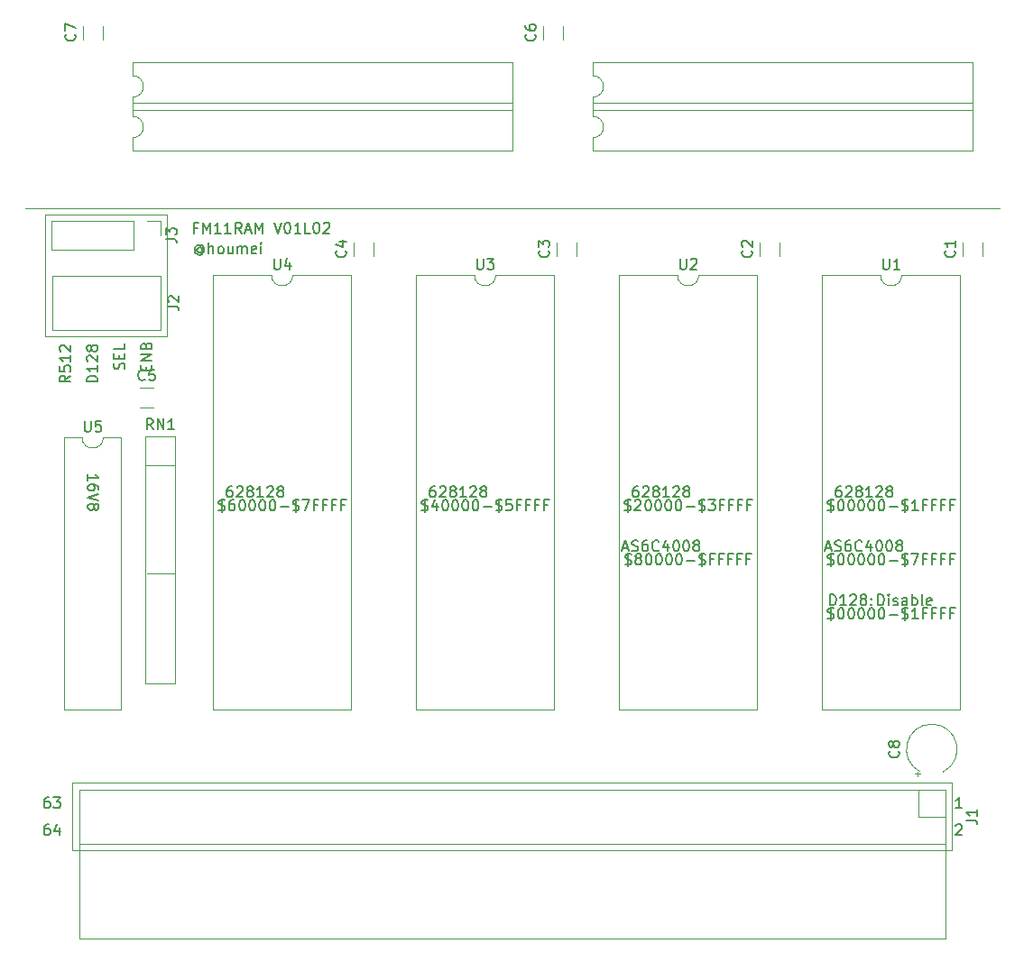
<source format=gto>
G04 #@! TF.GenerationSoftware,KiCad,Pcbnew,(5.1.8)-1*
G04 #@! TF.CreationDate,2021-07-02T01:17:22+09:00*
G04 #@! TF.ProjectId,FMRAMV01L02,464d5241-4d56-4303-914c-30322e6b6963,rev?*
G04 #@! TF.SameCoordinates,PX3072580PY9157080*
G04 #@! TF.FileFunction,Legend,Top*
G04 #@! TF.FilePolarity,Positive*
%FSLAX46Y46*%
G04 Gerber Fmt 4.6, Leading zero omitted, Abs format (unit mm)*
G04 Created by KiCad (PCBNEW (5.1.8)-1) date 2021-07-02 01:17:22*
%MOMM*%
%LPD*%
G01*
G04 APERTURE LIST*
%ADD10C,0.120000*%
%ADD11C,0.150000*%
G04 APERTURE END LIST*
D10*
X25400000Y36830000D02*
X27940000Y36830000D01*
D11*
X102322380Y13636667D02*
X103036666Y13636667D01*
X103179523Y13589048D01*
X103274761Y13493810D01*
X103322380Y13350953D01*
X103322380Y13255715D01*
X103322380Y14636667D02*
X103322380Y14065239D01*
X103322380Y14350953D02*
X102322380Y14350953D01*
X102465238Y14255715D01*
X102560476Y14160477D01*
X102608095Y14065239D01*
X27392380Y61896667D02*
X28106666Y61896667D01*
X28249523Y61849048D01*
X28344761Y61753810D01*
X28392380Y61610953D01*
X28392380Y61515715D01*
X27487619Y62325239D02*
X27440000Y62372858D01*
X27392380Y62468096D01*
X27392380Y62706191D01*
X27440000Y62801429D01*
X27487619Y62849048D01*
X27582857Y62896667D01*
X27678095Y62896667D01*
X27820952Y62849048D01*
X28392380Y62277620D01*
X28392380Y62896667D01*
D10*
X26670000Y64770000D02*
X16510000Y64770000D01*
X26670000Y59690000D02*
X26670000Y64770000D01*
X16510000Y59690000D02*
X26670000Y59690000D01*
X16510000Y64770000D02*
X16510000Y59690000D01*
D11*
X30543809Y67333810D02*
X30496190Y67381429D01*
X30400952Y67429048D01*
X30305714Y67429048D01*
X30210476Y67381429D01*
X30162857Y67333810D01*
X30115238Y67238572D01*
X30115238Y67143334D01*
X30162857Y67048096D01*
X30210476Y67000477D01*
X30305714Y66952858D01*
X30400952Y66952858D01*
X30496190Y67000477D01*
X30543809Y67048096D01*
X30543809Y67429048D02*
X30543809Y67048096D01*
X30591428Y67000477D01*
X30639047Y67000477D01*
X30734285Y67048096D01*
X30781904Y67143334D01*
X30781904Y67381429D01*
X30686666Y67524286D01*
X30543809Y67619524D01*
X30353333Y67667143D01*
X30162857Y67619524D01*
X30020000Y67524286D01*
X29924761Y67381429D01*
X29877142Y67190953D01*
X29924761Y67000477D01*
X30020000Y66857620D01*
X30162857Y66762381D01*
X30353333Y66714762D01*
X30543809Y66762381D01*
X30686666Y66857620D01*
X31210476Y66857620D02*
X31210476Y67857620D01*
X31639047Y66857620D02*
X31639047Y67381429D01*
X31591428Y67476667D01*
X31496190Y67524286D01*
X31353333Y67524286D01*
X31258095Y67476667D01*
X31210476Y67429048D01*
X32258095Y66857620D02*
X32162857Y66905239D01*
X32115238Y66952858D01*
X32067619Y67048096D01*
X32067619Y67333810D01*
X32115238Y67429048D01*
X32162857Y67476667D01*
X32258095Y67524286D01*
X32400952Y67524286D01*
X32496190Y67476667D01*
X32543809Y67429048D01*
X32591428Y67333810D01*
X32591428Y67048096D01*
X32543809Y66952858D01*
X32496190Y66905239D01*
X32400952Y66857620D01*
X32258095Y66857620D01*
X33448571Y67524286D02*
X33448571Y66857620D01*
X33020000Y67524286D02*
X33020000Y67000477D01*
X33067619Y66905239D01*
X33162857Y66857620D01*
X33305714Y66857620D01*
X33400952Y66905239D01*
X33448571Y66952858D01*
X33924761Y66857620D02*
X33924761Y67524286D01*
X33924761Y67429048D02*
X33972380Y67476667D01*
X34067619Y67524286D01*
X34210476Y67524286D01*
X34305714Y67476667D01*
X34353333Y67381429D01*
X34353333Y66857620D01*
X34353333Y67381429D02*
X34400952Y67476667D01*
X34496190Y67524286D01*
X34639047Y67524286D01*
X34734285Y67476667D01*
X34781904Y67381429D01*
X34781904Y66857620D01*
X35639047Y66905239D02*
X35543809Y66857620D01*
X35353333Y66857620D01*
X35258095Y66905239D01*
X35210476Y67000477D01*
X35210476Y67381429D01*
X35258095Y67476667D01*
X35353333Y67524286D01*
X35543809Y67524286D01*
X35639047Y67476667D01*
X35686666Y67381429D01*
X35686666Y67286191D01*
X35210476Y67190953D01*
X36115238Y66857620D02*
X36115238Y67524286D01*
X36115238Y67857620D02*
X36067619Y67810000D01*
X36115238Y67762381D01*
X36162857Y67810000D01*
X36115238Y67857620D01*
X36115238Y67762381D01*
X37362142Y69762620D02*
X37695476Y68762620D01*
X38028809Y69762620D01*
X38552619Y69762620D02*
X38647857Y69762620D01*
X38743095Y69715000D01*
X38790714Y69667381D01*
X38838333Y69572143D01*
X38885952Y69381667D01*
X38885952Y69143572D01*
X38838333Y68953096D01*
X38790714Y68857858D01*
X38743095Y68810239D01*
X38647857Y68762620D01*
X38552619Y68762620D01*
X38457380Y68810239D01*
X38409761Y68857858D01*
X38362142Y68953096D01*
X38314523Y69143572D01*
X38314523Y69381667D01*
X38362142Y69572143D01*
X38409761Y69667381D01*
X38457380Y69715000D01*
X38552619Y69762620D01*
X39838333Y68762620D02*
X39266904Y68762620D01*
X39552619Y68762620D02*
X39552619Y69762620D01*
X39457380Y69619762D01*
X39362142Y69524524D01*
X39266904Y69476905D01*
X40743095Y68762620D02*
X40266904Y68762620D01*
X40266904Y69762620D01*
X41266904Y69762620D02*
X41362142Y69762620D01*
X41457380Y69715000D01*
X41505000Y69667381D01*
X41552619Y69572143D01*
X41600238Y69381667D01*
X41600238Y69143572D01*
X41552619Y68953096D01*
X41505000Y68857858D01*
X41457380Y68810239D01*
X41362142Y68762620D01*
X41266904Y68762620D01*
X41171666Y68810239D01*
X41124047Y68857858D01*
X41076428Y68953096D01*
X41028809Y69143572D01*
X41028809Y69381667D01*
X41076428Y69572143D01*
X41124047Y69667381D01*
X41171666Y69715000D01*
X41266904Y69762620D01*
X41981190Y69667381D02*
X42028809Y69715000D01*
X42124047Y69762620D01*
X42362142Y69762620D01*
X42457380Y69715000D01*
X42505000Y69667381D01*
X42552619Y69572143D01*
X42552619Y69476905D01*
X42505000Y69334048D01*
X41933571Y68762620D01*
X42552619Y68762620D01*
X30139047Y69286429D02*
X29805714Y69286429D01*
X29805714Y68762620D02*
X29805714Y69762620D01*
X30281904Y69762620D01*
X30662857Y68762620D02*
X30662857Y69762620D01*
X30996190Y69048334D01*
X31329523Y69762620D01*
X31329523Y68762620D01*
X32329523Y68762620D02*
X31758095Y68762620D01*
X32043809Y68762620D02*
X32043809Y69762620D01*
X31948571Y69619762D01*
X31853333Y69524524D01*
X31758095Y69476905D01*
X33281904Y68762620D02*
X32710476Y68762620D01*
X32996190Y68762620D02*
X32996190Y69762620D01*
X32900952Y69619762D01*
X32805714Y69524524D01*
X32710476Y69476905D01*
X34281904Y68762620D02*
X33948571Y69238810D01*
X33710476Y68762620D02*
X33710476Y69762620D01*
X34091428Y69762620D01*
X34186666Y69715000D01*
X34234285Y69667381D01*
X34281904Y69572143D01*
X34281904Y69429286D01*
X34234285Y69334048D01*
X34186666Y69286429D01*
X34091428Y69238810D01*
X33710476Y69238810D01*
X34662857Y69048334D02*
X35139047Y69048334D01*
X34567619Y68762620D02*
X34900952Y69762620D01*
X35234285Y68762620D01*
X35567619Y68762620D02*
X35567619Y69762620D01*
X35900952Y69048334D01*
X36234285Y69762620D01*
X36234285Y68762620D01*
X32147619Y42775239D02*
X32290476Y42727620D01*
X32528571Y42727620D01*
X32623809Y42775239D01*
X32671428Y42822858D01*
X32719047Y42918096D01*
X32719047Y43013334D01*
X32671428Y43108572D01*
X32623809Y43156191D01*
X32528571Y43203810D01*
X32338095Y43251429D01*
X32242857Y43299048D01*
X32195238Y43346667D01*
X32147619Y43441905D01*
X32147619Y43537143D01*
X32195238Y43632381D01*
X32242857Y43680000D01*
X32338095Y43727620D01*
X32576190Y43727620D01*
X32719047Y43680000D01*
X32433333Y43870477D02*
X32433333Y42584762D01*
X33576190Y43727620D02*
X33385714Y43727620D01*
X33290476Y43680000D01*
X33242857Y43632381D01*
X33147619Y43489524D01*
X33100000Y43299048D01*
X33100000Y42918096D01*
X33147619Y42822858D01*
X33195238Y42775239D01*
X33290476Y42727620D01*
X33480952Y42727620D01*
X33576190Y42775239D01*
X33623809Y42822858D01*
X33671428Y42918096D01*
X33671428Y43156191D01*
X33623809Y43251429D01*
X33576190Y43299048D01*
X33480952Y43346667D01*
X33290476Y43346667D01*
X33195238Y43299048D01*
X33147619Y43251429D01*
X33100000Y43156191D01*
X34290476Y43727620D02*
X34385714Y43727620D01*
X34480952Y43680000D01*
X34528571Y43632381D01*
X34576190Y43537143D01*
X34623809Y43346667D01*
X34623809Y43108572D01*
X34576190Y42918096D01*
X34528571Y42822858D01*
X34480952Y42775239D01*
X34385714Y42727620D01*
X34290476Y42727620D01*
X34195238Y42775239D01*
X34147619Y42822858D01*
X34100000Y42918096D01*
X34052380Y43108572D01*
X34052380Y43346667D01*
X34100000Y43537143D01*
X34147619Y43632381D01*
X34195238Y43680000D01*
X34290476Y43727620D01*
X35242857Y43727620D02*
X35338095Y43727620D01*
X35433333Y43680000D01*
X35480952Y43632381D01*
X35528571Y43537143D01*
X35576190Y43346667D01*
X35576190Y43108572D01*
X35528571Y42918096D01*
X35480952Y42822858D01*
X35433333Y42775239D01*
X35338095Y42727620D01*
X35242857Y42727620D01*
X35147619Y42775239D01*
X35100000Y42822858D01*
X35052380Y42918096D01*
X35004761Y43108572D01*
X35004761Y43346667D01*
X35052380Y43537143D01*
X35100000Y43632381D01*
X35147619Y43680000D01*
X35242857Y43727620D01*
X36195238Y43727620D02*
X36290476Y43727620D01*
X36385714Y43680000D01*
X36433333Y43632381D01*
X36480952Y43537143D01*
X36528571Y43346667D01*
X36528571Y43108572D01*
X36480952Y42918096D01*
X36433333Y42822858D01*
X36385714Y42775239D01*
X36290476Y42727620D01*
X36195238Y42727620D01*
X36100000Y42775239D01*
X36052380Y42822858D01*
X36004761Y42918096D01*
X35957142Y43108572D01*
X35957142Y43346667D01*
X36004761Y43537143D01*
X36052380Y43632381D01*
X36100000Y43680000D01*
X36195238Y43727620D01*
X37147619Y43727620D02*
X37242857Y43727620D01*
X37338095Y43680000D01*
X37385714Y43632381D01*
X37433333Y43537143D01*
X37480952Y43346667D01*
X37480952Y43108572D01*
X37433333Y42918096D01*
X37385714Y42822858D01*
X37338095Y42775239D01*
X37242857Y42727620D01*
X37147619Y42727620D01*
X37052380Y42775239D01*
X37004761Y42822858D01*
X36957142Y42918096D01*
X36909523Y43108572D01*
X36909523Y43346667D01*
X36957142Y43537143D01*
X37004761Y43632381D01*
X37052380Y43680000D01*
X37147619Y43727620D01*
X37909523Y43108572D02*
X38671428Y43108572D01*
X39100000Y42775239D02*
X39242857Y42727620D01*
X39480952Y42727620D01*
X39576190Y42775239D01*
X39623809Y42822858D01*
X39671428Y42918096D01*
X39671428Y43013334D01*
X39623809Y43108572D01*
X39576190Y43156191D01*
X39480952Y43203810D01*
X39290476Y43251429D01*
X39195238Y43299048D01*
X39147619Y43346667D01*
X39100000Y43441905D01*
X39100000Y43537143D01*
X39147619Y43632381D01*
X39195238Y43680000D01*
X39290476Y43727620D01*
X39528571Y43727620D01*
X39671428Y43680000D01*
X39385714Y43870477D02*
X39385714Y42584762D01*
X40004761Y43727620D02*
X40671428Y43727620D01*
X40242857Y42727620D01*
X41385714Y43251429D02*
X41052380Y43251429D01*
X41052380Y42727620D02*
X41052380Y43727620D01*
X41528571Y43727620D01*
X42242857Y43251429D02*
X41909523Y43251429D01*
X41909523Y42727620D02*
X41909523Y43727620D01*
X42385714Y43727620D01*
X43099999Y43251429D02*
X42766666Y43251429D01*
X42766666Y42727620D02*
X42766666Y43727620D01*
X43242857Y43727620D01*
X43957142Y43251429D02*
X43623809Y43251429D01*
X43623809Y42727620D02*
X43623809Y43727620D01*
X44099999Y43727620D01*
X51197619Y42775239D02*
X51340476Y42727620D01*
X51578571Y42727620D01*
X51673809Y42775239D01*
X51721428Y42822858D01*
X51769047Y42918096D01*
X51769047Y43013334D01*
X51721428Y43108572D01*
X51673809Y43156191D01*
X51578571Y43203810D01*
X51388095Y43251429D01*
X51292857Y43299048D01*
X51245238Y43346667D01*
X51197619Y43441905D01*
X51197619Y43537143D01*
X51245238Y43632381D01*
X51292857Y43680000D01*
X51388095Y43727620D01*
X51626190Y43727620D01*
X51769047Y43680000D01*
X51483333Y43870477D02*
X51483333Y42584762D01*
X52626190Y43394286D02*
X52626190Y42727620D01*
X52388095Y43775239D02*
X52150000Y43060953D01*
X52769047Y43060953D01*
X53340476Y43727620D02*
X53435714Y43727620D01*
X53530952Y43680000D01*
X53578571Y43632381D01*
X53626190Y43537143D01*
X53673809Y43346667D01*
X53673809Y43108572D01*
X53626190Y42918096D01*
X53578571Y42822858D01*
X53530952Y42775239D01*
X53435714Y42727620D01*
X53340476Y42727620D01*
X53245238Y42775239D01*
X53197619Y42822858D01*
X53150000Y42918096D01*
X53102380Y43108572D01*
X53102380Y43346667D01*
X53150000Y43537143D01*
X53197619Y43632381D01*
X53245238Y43680000D01*
X53340476Y43727620D01*
X54292857Y43727620D02*
X54388095Y43727620D01*
X54483333Y43680000D01*
X54530952Y43632381D01*
X54578571Y43537143D01*
X54626190Y43346667D01*
X54626190Y43108572D01*
X54578571Y42918096D01*
X54530952Y42822858D01*
X54483333Y42775239D01*
X54388095Y42727620D01*
X54292857Y42727620D01*
X54197619Y42775239D01*
X54150000Y42822858D01*
X54102380Y42918096D01*
X54054761Y43108572D01*
X54054761Y43346667D01*
X54102380Y43537143D01*
X54150000Y43632381D01*
X54197619Y43680000D01*
X54292857Y43727620D01*
X55245238Y43727620D02*
X55340476Y43727620D01*
X55435714Y43680000D01*
X55483333Y43632381D01*
X55530952Y43537143D01*
X55578571Y43346667D01*
X55578571Y43108572D01*
X55530952Y42918096D01*
X55483333Y42822858D01*
X55435714Y42775239D01*
X55340476Y42727620D01*
X55245238Y42727620D01*
X55150000Y42775239D01*
X55102380Y42822858D01*
X55054761Y42918096D01*
X55007142Y43108572D01*
X55007142Y43346667D01*
X55054761Y43537143D01*
X55102380Y43632381D01*
X55150000Y43680000D01*
X55245238Y43727620D01*
X56197619Y43727620D02*
X56292857Y43727620D01*
X56388095Y43680000D01*
X56435714Y43632381D01*
X56483333Y43537143D01*
X56530952Y43346667D01*
X56530952Y43108572D01*
X56483333Y42918096D01*
X56435714Y42822858D01*
X56388095Y42775239D01*
X56292857Y42727620D01*
X56197619Y42727620D01*
X56102380Y42775239D01*
X56054761Y42822858D01*
X56007142Y42918096D01*
X55959523Y43108572D01*
X55959523Y43346667D01*
X56007142Y43537143D01*
X56054761Y43632381D01*
X56102380Y43680000D01*
X56197619Y43727620D01*
X56959523Y43108572D02*
X57721428Y43108572D01*
X58150000Y42775239D02*
X58292857Y42727620D01*
X58530952Y42727620D01*
X58626190Y42775239D01*
X58673809Y42822858D01*
X58721428Y42918096D01*
X58721428Y43013334D01*
X58673809Y43108572D01*
X58626190Y43156191D01*
X58530952Y43203810D01*
X58340476Y43251429D01*
X58245238Y43299048D01*
X58197619Y43346667D01*
X58150000Y43441905D01*
X58150000Y43537143D01*
X58197619Y43632381D01*
X58245238Y43680000D01*
X58340476Y43727620D01*
X58578571Y43727620D01*
X58721428Y43680000D01*
X58435714Y43870477D02*
X58435714Y42584762D01*
X59626190Y43727620D02*
X59150000Y43727620D01*
X59102380Y43251429D01*
X59150000Y43299048D01*
X59245238Y43346667D01*
X59483333Y43346667D01*
X59578571Y43299048D01*
X59626190Y43251429D01*
X59673809Y43156191D01*
X59673809Y42918096D01*
X59626190Y42822858D01*
X59578571Y42775239D01*
X59483333Y42727620D01*
X59245238Y42727620D01*
X59150000Y42775239D01*
X59102380Y42822858D01*
X60435714Y43251429D02*
X60102380Y43251429D01*
X60102380Y42727620D02*
X60102380Y43727620D01*
X60578571Y43727620D01*
X61292857Y43251429D02*
X60959523Y43251429D01*
X60959523Y42727620D02*
X60959523Y43727620D01*
X61435714Y43727620D01*
X62149999Y43251429D02*
X61816666Y43251429D01*
X61816666Y42727620D02*
X61816666Y43727620D01*
X62292857Y43727620D01*
X63007142Y43251429D02*
X62673809Y43251429D01*
X62673809Y42727620D02*
X62673809Y43727620D01*
X63149999Y43727620D01*
X70247619Y42775239D02*
X70390476Y42727620D01*
X70628571Y42727620D01*
X70723809Y42775239D01*
X70771428Y42822858D01*
X70819047Y42918096D01*
X70819047Y43013334D01*
X70771428Y43108572D01*
X70723809Y43156191D01*
X70628571Y43203810D01*
X70438095Y43251429D01*
X70342857Y43299048D01*
X70295238Y43346667D01*
X70247619Y43441905D01*
X70247619Y43537143D01*
X70295238Y43632381D01*
X70342857Y43680000D01*
X70438095Y43727620D01*
X70676190Y43727620D01*
X70819047Y43680000D01*
X70533333Y43870477D02*
X70533333Y42584762D01*
X71200000Y43632381D02*
X71247619Y43680000D01*
X71342857Y43727620D01*
X71580952Y43727620D01*
X71676190Y43680000D01*
X71723809Y43632381D01*
X71771428Y43537143D01*
X71771428Y43441905D01*
X71723809Y43299048D01*
X71152380Y42727620D01*
X71771428Y42727620D01*
X72390476Y43727620D02*
X72485714Y43727620D01*
X72580952Y43680000D01*
X72628571Y43632381D01*
X72676190Y43537143D01*
X72723809Y43346667D01*
X72723809Y43108572D01*
X72676190Y42918096D01*
X72628571Y42822858D01*
X72580952Y42775239D01*
X72485714Y42727620D01*
X72390476Y42727620D01*
X72295238Y42775239D01*
X72247619Y42822858D01*
X72200000Y42918096D01*
X72152380Y43108572D01*
X72152380Y43346667D01*
X72200000Y43537143D01*
X72247619Y43632381D01*
X72295238Y43680000D01*
X72390476Y43727620D01*
X73342857Y43727620D02*
X73438095Y43727620D01*
X73533333Y43680000D01*
X73580952Y43632381D01*
X73628571Y43537143D01*
X73676190Y43346667D01*
X73676190Y43108572D01*
X73628571Y42918096D01*
X73580952Y42822858D01*
X73533333Y42775239D01*
X73438095Y42727620D01*
X73342857Y42727620D01*
X73247619Y42775239D01*
X73200000Y42822858D01*
X73152380Y42918096D01*
X73104761Y43108572D01*
X73104761Y43346667D01*
X73152380Y43537143D01*
X73200000Y43632381D01*
X73247619Y43680000D01*
X73342857Y43727620D01*
X74295238Y43727620D02*
X74390476Y43727620D01*
X74485714Y43680000D01*
X74533333Y43632381D01*
X74580952Y43537143D01*
X74628571Y43346667D01*
X74628571Y43108572D01*
X74580952Y42918096D01*
X74533333Y42822858D01*
X74485714Y42775239D01*
X74390476Y42727620D01*
X74295238Y42727620D01*
X74200000Y42775239D01*
X74152380Y42822858D01*
X74104761Y42918096D01*
X74057142Y43108572D01*
X74057142Y43346667D01*
X74104761Y43537143D01*
X74152380Y43632381D01*
X74200000Y43680000D01*
X74295238Y43727620D01*
X75247619Y43727620D02*
X75342857Y43727620D01*
X75438095Y43680000D01*
X75485714Y43632381D01*
X75533333Y43537143D01*
X75580952Y43346667D01*
X75580952Y43108572D01*
X75533333Y42918096D01*
X75485714Y42822858D01*
X75438095Y42775239D01*
X75342857Y42727620D01*
X75247619Y42727620D01*
X75152380Y42775239D01*
X75104761Y42822858D01*
X75057142Y42918096D01*
X75009523Y43108572D01*
X75009523Y43346667D01*
X75057142Y43537143D01*
X75104761Y43632381D01*
X75152380Y43680000D01*
X75247619Y43727620D01*
X76009523Y43108572D02*
X76771428Y43108572D01*
X77200000Y42775239D02*
X77342857Y42727620D01*
X77580952Y42727620D01*
X77676190Y42775239D01*
X77723809Y42822858D01*
X77771428Y42918096D01*
X77771428Y43013334D01*
X77723809Y43108572D01*
X77676190Y43156191D01*
X77580952Y43203810D01*
X77390476Y43251429D01*
X77295238Y43299048D01*
X77247619Y43346667D01*
X77200000Y43441905D01*
X77200000Y43537143D01*
X77247619Y43632381D01*
X77295238Y43680000D01*
X77390476Y43727620D01*
X77628571Y43727620D01*
X77771428Y43680000D01*
X77485714Y43870477D02*
X77485714Y42584762D01*
X78104761Y43727620D02*
X78723809Y43727620D01*
X78390476Y43346667D01*
X78533333Y43346667D01*
X78628571Y43299048D01*
X78676190Y43251429D01*
X78723809Y43156191D01*
X78723809Y42918096D01*
X78676190Y42822858D01*
X78628571Y42775239D01*
X78533333Y42727620D01*
X78247619Y42727620D01*
X78152380Y42775239D01*
X78104761Y42822858D01*
X79485714Y43251429D02*
X79152380Y43251429D01*
X79152380Y42727620D02*
X79152380Y43727620D01*
X79628571Y43727620D01*
X80342857Y43251429D02*
X80009523Y43251429D01*
X80009523Y42727620D02*
X80009523Y43727620D01*
X80485714Y43727620D01*
X81199999Y43251429D02*
X80866666Y43251429D01*
X80866666Y42727620D02*
X80866666Y43727620D01*
X81342857Y43727620D01*
X82057142Y43251429D02*
X81723809Y43251429D01*
X81723809Y42727620D02*
X81723809Y43727620D01*
X82199999Y43727620D01*
X89297619Y42775239D02*
X89440476Y42727620D01*
X89678571Y42727620D01*
X89773809Y42775239D01*
X89821428Y42822858D01*
X89869047Y42918096D01*
X89869047Y43013334D01*
X89821428Y43108572D01*
X89773809Y43156191D01*
X89678571Y43203810D01*
X89488095Y43251429D01*
X89392857Y43299048D01*
X89345238Y43346667D01*
X89297619Y43441905D01*
X89297619Y43537143D01*
X89345238Y43632381D01*
X89392857Y43680000D01*
X89488095Y43727620D01*
X89726190Y43727620D01*
X89869047Y43680000D01*
X89583333Y43870477D02*
X89583333Y42584762D01*
X90488095Y43727620D02*
X90583333Y43727620D01*
X90678571Y43680000D01*
X90726190Y43632381D01*
X90773809Y43537143D01*
X90821428Y43346667D01*
X90821428Y43108572D01*
X90773809Y42918096D01*
X90726190Y42822858D01*
X90678571Y42775239D01*
X90583333Y42727620D01*
X90488095Y42727620D01*
X90392857Y42775239D01*
X90345238Y42822858D01*
X90297619Y42918096D01*
X90250000Y43108572D01*
X90250000Y43346667D01*
X90297619Y43537143D01*
X90345238Y43632381D01*
X90392857Y43680000D01*
X90488095Y43727620D01*
X91440476Y43727620D02*
X91535714Y43727620D01*
X91630952Y43680000D01*
X91678571Y43632381D01*
X91726190Y43537143D01*
X91773809Y43346667D01*
X91773809Y43108572D01*
X91726190Y42918096D01*
X91678571Y42822858D01*
X91630952Y42775239D01*
X91535714Y42727620D01*
X91440476Y42727620D01*
X91345238Y42775239D01*
X91297619Y42822858D01*
X91250000Y42918096D01*
X91202380Y43108572D01*
X91202380Y43346667D01*
X91250000Y43537143D01*
X91297619Y43632381D01*
X91345238Y43680000D01*
X91440476Y43727620D01*
X92392857Y43727620D02*
X92488095Y43727620D01*
X92583333Y43680000D01*
X92630952Y43632381D01*
X92678571Y43537143D01*
X92726190Y43346667D01*
X92726190Y43108572D01*
X92678571Y42918096D01*
X92630952Y42822858D01*
X92583333Y42775239D01*
X92488095Y42727620D01*
X92392857Y42727620D01*
X92297619Y42775239D01*
X92250000Y42822858D01*
X92202380Y42918096D01*
X92154761Y43108572D01*
X92154761Y43346667D01*
X92202380Y43537143D01*
X92250000Y43632381D01*
X92297619Y43680000D01*
X92392857Y43727620D01*
X93345238Y43727620D02*
X93440476Y43727620D01*
X93535714Y43680000D01*
X93583333Y43632381D01*
X93630952Y43537143D01*
X93678571Y43346667D01*
X93678571Y43108572D01*
X93630952Y42918096D01*
X93583333Y42822858D01*
X93535714Y42775239D01*
X93440476Y42727620D01*
X93345238Y42727620D01*
X93250000Y42775239D01*
X93202380Y42822858D01*
X93154761Y42918096D01*
X93107142Y43108572D01*
X93107142Y43346667D01*
X93154761Y43537143D01*
X93202380Y43632381D01*
X93250000Y43680000D01*
X93345238Y43727620D01*
X94297619Y43727620D02*
X94392857Y43727620D01*
X94488095Y43680000D01*
X94535714Y43632381D01*
X94583333Y43537143D01*
X94630952Y43346667D01*
X94630952Y43108572D01*
X94583333Y42918096D01*
X94535714Y42822858D01*
X94488095Y42775239D01*
X94392857Y42727620D01*
X94297619Y42727620D01*
X94202380Y42775239D01*
X94154761Y42822858D01*
X94107142Y42918096D01*
X94059523Y43108572D01*
X94059523Y43346667D01*
X94107142Y43537143D01*
X94154761Y43632381D01*
X94202380Y43680000D01*
X94297619Y43727620D01*
X95059523Y43108572D02*
X95821428Y43108572D01*
X96250000Y42775239D02*
X96392857Y42727620D01*
X96630952Y42727620D01*
X96726190Y42775239D01*
X96773809Y42822858D01*
X96821428Y42918096D01*
X96821428Y43013334D01*
X96773809Y43108572D01*
X96726190Y43156191D01*
X96630952Y43203810D01*
X96440476Y43251429D01*
X96345238Y43299048D01*
X96297619Y43346667D01*
X96250000Y43441905D01*
X96250000Y43537143D01*
X96297619Y43632381D01*
X96345238Y43680000D01*
X96440476Y43727620D01*
X96678571Y43727620D01*
X96821428Y43680000D01*
X96535714Y43870477D02*
X96535714Y42584762D01*
X97773809Y42727620D02*
X97202380Y42727620D01*
X97488095Y42727620D02*
X97488095Y43727620D01*
X97392857Y43584762D01*
X97297619Y43489524D01*
X97202380Y43441905D01*
X98535714Y43251429D02*
X98202380Y43251429D01*
X98202380Y42727620D02*
X98202380Y43727620D01*
X98678571Y43727620D01*
X99392857Y43251429D02*
X99059523Y43251429D01*
X99059523Y42727620D02*
X99059523Y43727620D01*
X99535714Y43727620D01*
X100250000Y43251429D02*
X99916666Y43251429D01*
X99916666Y42727620D02*
X99916666Y43727620D01*
X100392857Y43727620D01*
X101107142Y43251429D02*
X100773809Y43251429D01*
X100773809Y42727620D02*
X100773809Y43727620D01*
X101250000Y43727620D01*
X89297619Y32615239D02*
X89440476Y32567620D01*
X89678571Y32567620D01*
X89773809Y32615239D01*
X89821428Y32662858D01*
X89869047Y32758096D01*
X89869047Y32853334D01*
X89821428Y32948572D01*
X89773809Y32996191D01*
X89678571Y33043810D01*
X89488095Y33091429D01*
X89392857Y33139048D01*
X89345238Y33186667D01*
X89297619Y33281905D01*
X89297619Y33377143D01*
X89345238Y33472381D01*
X89392857Y33520000D01*
X89488095Y33567620D01*
X89726190Y33567620D01*
X89869047Y33520000D01*
X89583333Y33710477D02*
X89583333Y32424762D01*
X90488095Y33567620D02*
X90583333Y33567620D01*
X90678571Y33520000D01*
X90726190Y33472381D01*
X90773809Y33377143D01*
X90821428Y33186667D01*
X90821428Y32948572D01*
X90773809Y32758096D01*
X90726190Y32662858D01*
X90678571Y32615239D01*
X90583333Y32567620D01*
X90488095Y32567620D01*
X90392857Y32615239D01*
X90345238Y32662858D01*
X90297619Y32758096D01*
X90250000Y32948572D01*
X90250000Y33186667D01*
X90297619Y33377143D01*
X90345238Y33472381D01*
X90392857Y33520000D01*
X90488095Y33567620D01*
X91440476Y33567620D02*
X91535714Y33567620D01*
X91630952Y33520000D01*
X91678571Y33472381D01*
X91726190Y33377143D01*
X91773809Y33186667D01*
X91773809Y32948572D01*
X91726190Y32758096D01*
X91678571Y32662858D01*
X91630952Y32615239D01*
X91535714Y32567620D01*
X91440476Y32567620D01*
X91345238Y32615239D01*
X91297619Y32662858D01*
X91250000Y32758096D01*
X91202380Y32948572D01*
X91202380Y33186667D01*
X91250000Y33377143D01*
X91297619Y33472381D01*
X91345238Y33520000D01*
X91440476Y33567620D01*
X92392857Y33567620D02*
X92488095Y33567620D01*
X92583333Y33520000D01*
X92630952Y33472381D01*
X92678571Y33377143D01*
X92726190Y33186667D01*
X92726190Y32948572D01*
X92678571Y32758096D01*
X92630952Y32662858D01*
X92583333Y32615239D01*
X92488095Y32567620D01*
X92392857Y32567620D01*
X92297619Y32615239D01*
X92250000Y32662858D01*
X92202380Y32758096D01*
X92154761Y32948572D01*
X92154761Y33186667D01*
X92202380Y33377143D01*
X92250000Y33472381D01*
X92297619Y33520000D01*
X92392857Y33567620D01*
X93345238Y33567620D02*
X93440476Y33567620D01*
X93535714Y33520000D01*
X93583333Y33472381D01*
X93630952Y33377143D01*
X93678571Y33186667D01*
X93678571Y32948572D01*
X93630952Y32758096D01*
X93583333Y32662858D01*
X93535714Y32615239D01*
X93440476Y32567620D01*
X93345238Y32567620D01*
X93250000Y32615239D01*
X93202380Y32662858D01*
X93154761Y32758096D01*
X93107142Y32948572D01*
X93107142Y33186667D01*
X93154761Y33377143D01*
X93202380Y33472381D01*
X93250000Y33520000D01*
X93345238Y33567620D01*
X94297619Y33567620D02*
X94392857Y33567620D01*
X94488095Y33520000D01*
X94535714Y33472381D01*
X94583333Y33377143D01*
X94630952Y33186667D01*
X94630952Y32948572D01*
X94583333Y32758096D01*
X94535714Y32662858D01*
X94488095Y32615239D01*
X94392857Y32567620D01*
X94297619Y32567620D01*
X94202380Y32615239D01*
X94154761Y32662858D01*
X94107142Y32758096D01*
X94059523Y32948572D01*
X94059523Y33186667D01*
X94107142Y33377143D01*
X94154761Y33472381D01*
X94202380Y33520000D01*
X94297619Y33567620D01*
X95059523Y32948572D02*
X95821428Y32948572D01*
X96250000Y32615239D02*
X96392857Y32567620D01*
X96630952Y32567620D01*
X96726190Y32615239D01*
X96773809Y32662858D01*
X96821428Y32758096D01*
X96821428Y32853334D01*
X96773809Y32948572D01*
X96726190Y32996191D01*
X96630952Y33043810D01*
X96440476Y33091429D01*
X96345238Y33139048D01*
X96297619Y33186667D01*
X96250000Y33281905D01*
X96250000Y33377143D01*
X96297619Y33472381D01*
X96345238Y33520000D01*
X96440476Y33567620D01*
X96678571Y33567620D01*
X96821428Y33520000D01*
X96535714Y33710477D02*
X96535714Y32424762D01*
X97773809Y32567620D02*
X97202380Y32567620D01*
X97488095Y32567620D02*
X97488095Y33567620D01*
X97392857Y33424762D01*
X97297619Y33329524D01*
X97202380Y33281905D01*
X98535714Y33091429D02*
X98202380Y33091429D01*
X98202380Y32567620D02*
X98202380Y33567620D01*
X98678571Y33567620D01*
X99392857Y33091429D02*
X99059523Y33091429D01*
X99059523Y32567620D02*
X99059523Y33567620D01*
X99535714Y33567620D01*
X100250000Y33091429D02*
X99916666Y33091429D01*
X99916666Y32567620D02*
X99916666Y33567620D01*
X100392857Y33567620D01*
X101107142Y33091429D02*
X100773809Y33091429D01*
X100773809Y32567620D02*
X100773809Y33567620D01*
X101250000Y33567620D01*
X94020000Y33837620D02*
X94020000Y34837620D01*
X94258095Y34837620D01*
X94400952Y34790000D01*
X94496190Y34694762D01*
X94543809Y34599524D01*
X94591428Y34409048D01*
X94591428Y34266191D01*
X94543809Y34075715D01*
X94496190Y33980477D01*
X94400952Y33885239D01*
X94258095Y33837620D01*
X94020000Y33837620D01*
X95020000Y33837620D02*
X95020000Y34504286D01*
X95020000Y34837620D02*
X94972380Y34790000D01*
X95020000Y34742381D01*
X95067619Y34790000D01*
X95020000Y34837620D01*
X95020000Y34742381D01*
X95448571Y33885239D02*
X95543809Y33837620D01*
X95734285Y33837620D01*
X95829523Y33885239D01*
X95877142Y33980477D01*
X95877142Y34028096D01*
X95829523Y34123334D01*
X95734285Y34170953D01*
X95591428Y34170953D01*
X95496190Y34218572D01*
X95448571Y34313810D01*
X95448571Y34361429D01*
X95496190Y34456667D01*
X95591428Y34504286D01*
X95734285Y34504286D01*
X95829523Y34456667D01*
X96734285Y33837620D02*
X96734285Y34361429D01*
X96686666Y34456667D01*
X96591428Y34504286D01*
X96400952Y34504286D01*
X96305714Y34456667D01*
X96734285Y33885239D02*
X96639047Y33837620D01*
X96400952Y33837620D01*
X96305714Y33885239D01*
X96258095Y33980477D01*
X96258095Y34075715D01*
X96305714Y34170953D01*
X96400952Y34218572D01*
X96639047Y34218572D01*
X96734285Y34266191D01*
X97210476Y33837620D02*
X97210476Y34837620D01*
X97210476Y34456667D02*
X97305714Y34504286D01*
X97496190Y34504286D01*
X97591428Y34456667D01*
X97639047Y34409048D01*
X97686666Y34313810D01*
X97686666Y34028096D01*
X97639047Y33932858D01*
X97591428Y33885239D01*
X97496190Y33837620D01*
X97305714Y33837620D01*
X97210476Y33885239D01*
X98258095Y33837620D02*
X98162857Y33885239D01*
X98115238Y33980477D01*
X98115238Y34837620D01*
X99020000Y33885239D02*
X98924761Y33837620D01*
X98734285Y33837620D01*
X98639047Y33885239D01*
X98591428Y33980477D01*
X98591428Y34361429D01*
X98639047Y34456667D01*
X98734285Y34504286D01*
X98924761Y34504286D01*
X99020000Y34456667D01*
X99067619Y34361429D01*
X99067619Y34266191D01*
X98591428Y34170953D01*
X89511428Y33837620D02*
X89511428Y34837620D01*
X89749523Y34837620D01*
X89892380Y34790000D01*
X89987619Y34694762D01*
X90035238Y34599524D01*
X90082857Y34409048D01*
X90082857Y34266191D01*
X90035238Y34075715D01*
X89987619Y33980477D01*
X89892380Y33885239D01*
X89749523Y33837620D01*
X89511428Y33837620D01*
X91035238Y33837620D02*
X90463809Y33837620D01*
X90749523Y33837620D02*
X90749523Y34837620D01*
X90654285Y34694762D01*
X90559047Y34599524D01*
X90463809Y34551905D01*
X91416190Y34742381D02*
X91463809Y34790000D01*
X91559047Y34837620D01*
X91797142Y34837620D01*
X91892380Y34790000D01*
X91940000Y34742381D01*
X91987619Y34647143D01*
X91987619Y34551905D01*
X91940000Y34409048D01*
X91368571Y33837620D01*
X91987619Y33837620D01*
X92559047Y34409048D02*
X92463809Y34456667D01*
X92416190Y34504286D01*
X92368571Y34599524D01*
X92368571Y34647143D01*
X92416190Y34742381D01*
X92463809Y34790000D01*
X92559047Y34837620D01*
X92749523Y34837620D01*
X92844761Y34790000D01*
X92892380Y34742381D01*
X92940000Y34647143D01*
X92940000Y34599524D01*
X92892380Y34504286D01*
X92844761Y34456667D01*
X92749523Y34409048D01*
X92559047Y34409048D01*
X92463809Y34361429D01*
X92416190Y34313810D01*
X92368571Y34218572D01*
X92368571Y34028096D01*
X92416190Y33932858D01*
X92463809Y33885239D01*
X92559047Y33837620D01*
X92749523Y33837620D01*
X92844761Y33885239D01*
X92892380Y33932858D01*
X92940000Y34028096D01*
X92940000Y34218572D01*
X92892380Y34313810D01*
X92844761Y34361429D01*
X92749523Y34409048D01*
X93368571Y33932858D02*
X93416190Y33885239D01*
X93368571Y33837620D01*
X93320952Y33885239D01*
X93368571Y33932858D01*
X93368571Y33837620D01*
X93368571Y34456667D02*
X93416190Y34409048D01*
X93368571Y34361429D01*
X93320952Y34409048D01*
X93368571Y34456667D01*
X93368571Y34361429D01*
X70295238Y37695239D02*
X70438095Y37647620D01*
X70676190Y37647620D01*
X70771428Y37695239D01*
X70819047Y37742858D01*
X70866666Y37838096D01*
X70866666Y37933334D01*
X70819047Y38028572D01*
X70771428Y38076191D01*
X70676190Y38123810D01*
X70485714Y38171429D01*
X70390476Y38219048D01*
X70342857Y38266667D01*
X70295238Y38361905D01*
X70295238Y38457143D01*
X70342857Y38552381D01*
X70390476Y38600000D01*
X70485714Y38647620D01*
X70723809Y38647620D01*
X70866666Y38600000D01*
X70580952Y38790477D02*
X70580952Y37504762D01*
X71438095Y38219048D02*
X71342857Y38266667D01*
X71295238Y38314286D01*
X71247619Y38409524D01*
X71247619Y38457143D01*
X71295238Y38552381D01*
X71342857Y38600000D01*
X71438095Y38647620D01*
X71628571Y38647620D01*
X71723809Y38600000D01*
X71771428Y38552381D01*
X71819047Y38457143D01*
X71819047Y38409524D01*
X71771428Y38314286D01*
X71723809Y38266667D01*
X71628571Y38219048D01*
X71438095Y38219048D01*
X71342857Y38171429D01*
X71295238Y38123810D01*
X71247619Y38028572D01*
X71247619Y37838096D01*
X71295238Y37742858D01*
X71342857Y37695239D01*
X71438095Y37647620D01*
X71628571Y37647620D01*
X71723809Y37695239D01*
X71771428Y37742858D01*
X71819047Y37838096D01*
X71819047Y38028572D01*
X71771428Y38123810D01*
X71723809Y38171429D01*
X71628571Y38219048D01*
X72438095Y38647620D02*
X72533333Y38647620D01*
X72628571Y38600000D01*
X72676190Y38552381D01*
X72723809Y38457143D01*
X72771428Y38266667D01*
X72771428Y38028572D01*
X72723809Y37838096D01*
X72676190Y37742858D01*
X72628571Y37695239D01*
X72533333Y37647620D01*
X72438095Y37647620D01*
X72342857Y37695239D01*
X72295238Y37742858D01*
X72247619Y37838096D01*
X72200000Y38028572D01*
X72200000Y38266667D01*
X72247619Y38457143D01*
X72295238Y38552381D01*
X72342857Y38600000D01*
X72438095Y38647620D01*
X73390476Y38647620D02*
X73485714Y38647620D01*
X73580952Y38600000D01*
X73628571Y38552381D01*
X73676190Y38457143D01*
X73723809Y38266667D01*
X73723809Y38028572D01*
X73676190Y37838096D01*
X73628571Y37742858D01*
X73580952Y37695239D01*
X73485714Y37647620D01*
X73390476Y37647620D01*
X73295238Y37695239D01*
X73247619Y37742858D01*
X73200000Y37838096D01*
X73152380Y38028572D01*
X73152380Y38266667D01*
X73200000Y38457143D01*
X73247619Y38552381D01*
X73295238Y38600000D01*
X73390476Y38647620D01*
X74342857Y38647620D02*
X74438095Y38647620D01*
X74533333Y38600000D01*
X74580952Y38552381D01*
X74628571Y38457143D01*
X74676190Y38266667D01*
X74676190Y38028572D01*
X74628571Y37838096D01*
X74580952Y37742858D01*
X74533333Y37695239D01*
X74438095Y37647620D01*
X74342857Y37647620D01*
X74247619Y37695239D01*
X74200000Y37742858D01*
X74152380Y37838096D01*
X74104761Y38028572D01*
X74104761Y38266667D01*
X74152380Y38457143D01*
X74200000Y38552381D01*
X74247619Y38600000D01*
X74342857Y38647620D01*
X75295238Y38647620D02*
X75390476Y38647620D01*
X75485714Y38600000D01*
X75533333Y38552381D01*
X75580952Y38457143D01*
X75628571Y38266667D01*
X75628571Y38028572D01*
X75580952Y37838096D01*
X75533333Y37742858D01*
X75485714Y37695239D01*
X75390476Y37647620D01*
X75295238Y37647620D01*
X75200000Y37695239D01*
X75152380Y37742858D01*
X75104761Y37838096D01*
X75057142Y38028572D01*
X75057142Y38266667D01*
X75104761Y38457143D01*
X75152380Y38552381D01*
X75200000Y38600000D01*
X75295238Y38647620D01*
X76057142Y38028572D02*
X76819047Y38028572D01*
X77247619Y37695239D02*
X77390476Y37647620D01*
X77628571Y37647620D01*
X77723809Y37695239D01*
X77771428Y37742858D01*
X77819047Y37838096D01*
X77819047Y37933334D01*
X77771428Y38028572D01*
X77723809Y38076191D01*
X77628571Y38123810D01*
X77438095Y38171429D01*
X77342857Y38219048D01*
X77295238Y38266667D01*
X77247619Y38361905D01*
X77247619Y38457143D01*
X77295238Y38552381D01*
X77342857Y38600000D01*
X77438095Y38647620D01*
X77676190Y38647620D01*
X77819047Y38600000D01*
X77533333Y38790477D02*
X77533333Y37504762D01*
X78580952Y38171429D02*
X78247619Y38171429D01*
X78247619Y37647620D02*
X78247619Y38647620D01*
X78723809Y38647620D01*
X79438095Y38171429D02*
X79104761Y38171429D01*
X79104761Y37647620D02*
X79104761Y38647620D01*
X79580952Y38647620D01*
X80295238Y38171429D02*
X79961904Y38171429D01*
X79961904Y37647620D02*
X79961904Y38647620D01*
X80438095Y38647620D01*
X81152380Y38171429D02*
X80819047Y38171429D01*
X80819047Y37647620D02*
X80819047Y38647620D01*
X81295238Y38647620D01*
X82009523Y38171429D02*
X81676190Y38171429D01*
X81676190Y37647620D02*
X81676190Y38647620D01*
X82152380Y38647620D01*
X89297619Y37695239D02*
X89440476Y37647620D01*
X89678571Y37647620D01*
X89773809Y37695239D01*
X89821428Y37742858D01*
X89869047Y37838096D01*
X89869047Y37933334D01*
X89821428Y38028572D01*
X89773809Y38076191D01*
X89678571Y38123810D01*
X89488095Y38171429D01*
X89392857Y38219048D01*
X89345238Y38266667D01*
X89297619Y38361905D01*
X89297619Y38457143D01*
X89345238Y38552381D01*
X89392857Y38600000D01*
X89488095Y38647620D01*
X89726190Y38647620D01*
X89869047Y38600000D01*
X89583333Y38790477D02*
X89583333Y37504762D01*
X90488095Y38647620D02*
X90583333Y38647620D01*
X90678571Y38600000D01*
X90726190Y38552381D01*
X90773809Y38457143D01*
X90821428Y38266667D01*
X90821428Y38028572D01*
X90773809Y37838096D01*
X90726190Y37742858D01*
X90678571Y37695239D01*
X90583333Y37647620D01*
X90488095Y37647620D01*
X90392857Y37695239D01*
X90345238Y37742858D01*
X90297619Y37838096D01*
X90250000Y38028572D01*
X90250000Y38266667D01*
X90297619Y38457143D01*
X90345238Y38552381D01*
X90392857Y38600000D01*
X90488095Y38647620D01*
X91440476Y38647620D02*
X91535714Y38647620D01*
X91630952Y38600000D01*
X91678571Y38552381D01*
X91726190Y38457143D01*
X91773809Y38266667D01*
X91773809Y38028572D01*
X91726190Y37838096D01*
X91678571Y37742858D01*
X91630952Y37695239D01*
X91535714Y37647620D01*
X91440476Y37647620D01*
X91345238Y37695239D01*
X91297619Y37742858D01*
X91250000Y37838096D01*
X91202380Y38028572D01*
X91202380Y38266667D01*
X91250000Y38457143D01*
X91297619Y38552381D01*
X91345238Y38600000D01*
X91440476Y38647620D01*
X92392857Y38647620D02*
X92488095Y38647620D01*
X92583333Y38600000D01*
X92630952Y38552381D01*
X92678571Y38457143D01*
X92726190Y38266667D01*
X92726190Y38028572D01*
X92678571Y37838096D01*
X92630952Y37742858D01*
X92583333Y37695239D01*
X92488095Y37647620D01*
X92392857Y37647620D01*
X92297619Y37695239D01*
X92250000Y37742858D01*
X92202380Y37838096D01*
X92154761Y38028572D01*
X92154761Y38266667D01*
X92202380Y38457143D01*
X92250000Y38552381D01*
X92297619Y38600000D01*
X92392857Y38647620D01*
X93345238Y38647620D02*
X93440476Y38647620D01*
X93535714Y38600000D01*
X93583333Y38552381D01*
X93630952Y38457143D01*
X93678571Y38266667D01*
X93678571Y38028572D01*
X93630952Y37838096D01*
X93583333Y37742858D01*
X93535714Y37695239D01*
X93440476Y37647620D01*
X93345238Y37647620D01*
X93250000Y37695239D01*
X93202380Y37742858D01*
X93154761Y37838096D01*
X93107142Y38028572D01*
X93107142Y38266667D01*
X93154761Y38457143D01*
X93202380Y38552381D01*
X93250000Y38600000D01*
X93345238Y38647620D01*
X94297619Y38647620D02*
X94392857Y38647620D01*
X94488095Y38600000D01*
X94535714Y38552381D01*
X94583333Y38457143D01*
X94630952Y38266667D01*
X94630952Y38028572D01*
X94583333Y37838096D01*
X94535714Y37742858D01*
X94488095Y37695239D01*
X94392857Y37647620D01*
X94297619Y37647620D01*
X94202380Y37695239D01*
X94154761Y37742858D01*
X94107142Y37838096D01*
X94059523Y38028572D01*
X94059523Y38266667D01*
X94107142Y38457143D01*
X94154761Y38552381D01*
X94202380Y38600000D01*
X94297619Y38647620D01*
X95059523Y38028572D02*
X95821428Y38028572D01*
X96250000Y37695239D02*
X96392857Y37647620D01*
X96630952Y37647620D01*
X96726190Y37695239D01*
X96773809Y37742858D01*
X96821428Y37838096D01*
X96821428Y37933334D01*
X96773809Y38028572D01*
X96726190Y38076191D01*
X96630952Y38123810D01*
X96440476Y38171429D01*
X96345238Y38219048D01*
X96297619Y38266667D01*
X96250000Y38361905D01*
X96250000Y38457143D01*
X96297619Y38552381D01*
X96345238Y38600000D01*
X96440476Y38647620D01*
X96678571Y38647620D01*
X96821428Y38600000D01*
X96535714Y38790477D02*
X96535714Y37504762D01*
X97154761Y38647620D02*
X97821428Y38647620D01*
X97392857Y37647620D01*
X98535714Y38171429D02*
X98202380Y38171429D01*
X98202380Y37647620D02*
X98202380Y38647620D01*
X98678571Y38647620D01*
X99392857Y38171429D02*
X99059523Y38171429D01*
X99059523Y37647620D02*
X99059523Y38647620D01*
X99535714Y38647620D01*
X100250000Y38171429D02*
X99916666Y38171429D01*
X99916666Y37647620D02*
X99916666Y38647620D01*
X100392857Y38647620D01*
X101107142Y38171429D02*
X100773809Y38171429D01*
X100773809Y37647620D02*
X100773809Y38647620D01*
X101250000Y38647620D01*
X33369523Y44997620D02*
X33179047Y44997620D01*
X33083809Y44950000D01*
X33036190Y44902381D01*
X32940952Y44759524D01*
X32893333Y44569048D01*
X32893333Y44188096D01*
X32940952Y44092858D01*
X32988571Y44045239D01*
X33083809Y43997620D01*
X33274285Y43997620D01*
X33369523Y44045239D01*
X33417142Y44092858D01*
X33464761Y44188096D01*
X33464761Y44426191D01*
X33417142Y44521429D01*
X33369523Y44569048D01*
X33274285Y44616667D01*
X33083809Y44616667D01*
X32988571Y44569048D01*
X32940952Y44521429D01*
X32893333Y44426191D01*
X33845714Y44902381D02*
X33893333Y44950000D01*
X33988571Y44997620D01*
X34226666Y44997620D01*
X34321904Y44950000D01*
X34369523Y44902381D01*
X34417142Y44807143D01*
X34417142Y44711905D01*
X34369523Y44569048D01*
X33798095Y43997620D01*
X34417142Y43997620D01*
X34988571Y44569048D02*
X34893333Y44616667D01*
X34845714Y44664286D01*
X34798095Y44759524D01*
X34798095Y44807143D01*
X34845714Y44902381D01*
X34893333Y44950000D01*
X34988571Y44997620D01*
X35179047Y44997620D01*
X35274285Y44950000D01*
X35321904Y44902381D01*
X35369523Y44807143D01*
X35369523Y44759524D01*
X35321904Y44664286D01*
X35274285Y44616667D01*
X35179047Y44569048D01*
X34988571Y44569048D01*
X34893333Y44521429D01*
X34845714Y44473810D01*
X34798095Y44378572D01*
X34798095Y44188096D01*
X34845714Y44092858D01*
X34893333Y44045239D01*
X34988571Y43997620D01*
X35179047Y43997620D01*
X35274285Y44045239D01*
X35321904Y44092858D01*
X35369523Y44188096D01*
X35369523Y44378572D01*
X35321904Y44473810D01*
X35274285Y44521429D01*
X35179047Y44569048D01*
X36321904Y43997620D02*
X35750476Y43997620D01*
X36036190Y43997620D02*
X36036190Y44997620D01*
X35940952Y44854762D01*
X35845714Y44759524D01*
X35750476Y44711905D01*
X36702857Y44902381D02*
X36750476Y44950000D01*
X36845714Y44997620D01*
X37083809Y44997620D01*
X37179047Y44950000D01*
X37226666Y44902381D01*
X37274285Y44807143D01*
X37274285Y44711905D01*
X37226666Y44569048D01*
X36655238Y43997620D01*
X37274285Y43997620D01*
X37845714Y44569048D02*
X37750476Y44616667D01*
X37702857Y44664286D01*
X37655238Y44759524D01*
X37655238Y44807143D01*
X37702857Y44902381D01*
X37750476Y44950000D01*
X37845714Y44997620D01*
X38036190Y44997620D01*
X38131428Y44950000D01*
X38179047Y44902381D01*
X38226666Y44807143D01*
X38226666Y44759524D01*
X38179047Y44664286D01*
X38131428Y44616667D01*
X38036190Y44569048D01*
X37845714Y44569048D01*
X37750476Y44521429D01*
X37702857Y44473810D01*
X37655238Y44378572D01*
X37655238Y44188096D01*
X37702857Y44092858D01*
X37750476Y44045239D01*
X37845714Y43997620D01*
X38036190Y43997620D01*
X38131428Y44045239D01*
X38179047Y44092858D01*
X38226666Y44188096D01*
X38226666Y44378572D01*
X38179047Y44473810D01*
X38131428Y44521429D01*
X38036190Y44569048D01*
X52419523Y44997620D02*
X52229047Y44997620D01*
X52133809Y44950000D01*
X52086190Y44902381D01*
X51990952Y44759524D01*
X51943333Y44569048D01*
X51943333Y44188096D01*
X51990952Y44092858D01*
X52038571Y44045239D01*
X52133809Y43997620D01*
X52324285Y43997620D01*
X52419523Y44045239D01*
X52467142Y44092858D01*
X52514761Y44188096D01*
X52514761Y44426191D01*
X52467142Y44521429D01*
X52419523Y44569048D01*
X52324285Y44616667D01*
X52133809Y44616667D01*
X52038571Y44569048D01*
X51990952Y44521429D01*
X51943333Y44426191D01*
X52895714Y44902381D02*
X52943333Y44950000D01*
X53038571Y44997620D01*
X53276666Y44997620D01*
X53371904Y44950000D01*
X53419523Y44902381D01*
X53467142Y44807143D01*
X53467142Y44711905D01*
X53419523Y44569048D01*
X52848095Y43997620D01*
X53467142Y43997620D01*
X54038571Y44569048D02*
X53943333Y44616667D01*
X53895714Y44664286D01*
X53848095Y44759524D01*
X53848095Y44807143D01*
X53895714Y44902381D01*
X53943333Y44950000D01*
X54038571Y44997620D01*
X54229047Y44997620D01*
X54324285Y44950000D01*
X54371904Y44902381D01*
X54419523Y44807143D01*
X54419523Y44759524D01*
X54371904Y44664286D01*
X54324285Y44616667D01*
X54229047Y44569048D01*
X54038571Y44569048D01*
X53943333Y44521429D01*
X53895714Y44473810D01*
X53848095Y44378572D01*
X53848095Y44188096D01*
X53895714Y44092858D01*
X53943333Y44045239D01*
X54038571Y43997620D01*
X54229047Y43997620D01*
X54324285Y44045239D01*
X54371904Y44092858D01*
X54419523Y44188096D01*
X54419523Y44378572D01*
X54371904Y44473810D01*
X54324285Y44521429D01*
X54229047Y44569048D01*
X55371904Y43997620D02*
X54800476Y43997620D01*
X55086190Y43997620D02*
X55086190Y44997620D01*
X54990952Y44854762D01*
X54895714Y44759524D01*
X54800476Y44711905D01*
X55752857Y44902381D02*
X55800476Y44950000D01*
X55895714Y44997620D01*
X56133809Y44997620D01*
X56229047Y44950000D01*
X56276666Y44902381D01*
X56324285Y44807143D01*
X56324285Y44711905D01*
X56276666Y44569048D01*
X55705238Y43997620D01*
X56324285Y43997620D01*
X56895714Y44569048D02*
X56800476Y44616667D01*
X56752857Y44664286D01*
X56705238Y44759524D01*
X56705238Y44807143D01*
X56752857Y44902381D01*
X56800476Y44950000D01*
X56895714Y44997620D01*
X57086190Y44997620D01*
X57181428Y44950000D01*
X57229047Y44902381D01*
X57276666Y44807143D01*
X57276666Y44759524D01*
X57229047Y44664286D01*
X57181428Y44616667D01*
X57086190Y44569048D01*
X56895714Y44569048D01*
X56800476Y44521429D01*
X56752857Y44473810D01*
X56705238Y44378572D01*
X56705238Y44188096D01*
X56752857Y44092858D01*
X56800476Y44045239D01*
X56895714Y43997620D01*
X57086190Y43997620D01*
X57181428Y44045239D01*
X57229047Y44092858D01*
X57276666Y44188096D01*
X57276666Y44378572D01*
X57229047Y44473810D01*
X57181428Y44521429D01*
X57086190Y44569048D01*
X71469523Y44997620D02*
X71279047Y44997620D01*
X71183809Y44950000D01*
X71136190Y44902381D01*
X71040952Y44759524D01*
X70993333Y44569048D01*
X70993333Y44188096D01*
X71040952Y44092858D01*
X71088571Y44045239D01*
X71183809Y43997620D01*
X71374285Y43997620D01*
X71469523Y44045239D01*
X71517142Y44092858D01*
X71564761Y44188096D01*
X71564761Y44426191D01*
X71517142Y44521429D01*
X71469523Y44569048D01*
X71374285Y44616667D01*
X71183809Y44616667D01*
X71088571Y44569048D01*
X71040952Y44521429D01*
X70993333Y44426191D01*
X71945714Y44902381D02*
X71993333Y44950000D01*
X72088571Y44997620D01*
X72326666Y44997620D01*
X72421904Y44950000D01*
X72469523Y44902381D01*
X72517142Y44807143D01*
X72517142Y44711905D01*
X72469523Y44569048D01*
X71898095Y43997620D01*
X72517142Y43997620D01*
X73088571Y44569048D02*
X72993333Y44616667D01*
X72945714Y44664286D01*
X72898095Y44759524D01*
X72898095Y44807143D01*
X72945714Y44902381D01*
X72993333Y44950000D01*
X73088571Y44997620D01*
X73279047Y44997620D01*
X73374285Y44950000D01*
X73421904Y44902381D01*
X73469523Y44807143D01*
X73469523Y44759524D01*
X73421904Y44664286D01*
X73374285Y44616667D01*
X73279047Y44569048D01*
X73088571Y44569048D01*
X72993333Y44521429D01*
X72945714Y44473810D01*
X72898095Y44378572D01*
X72898095Y44188096D01*
X72945714Y44092858D01*
X72993333Y44045239D01*
X73088571Y43997620D01*
X73279047Y43997620D01*
X73374285Y44045239D01*
X73421904Y44092858D01*
X73469523Y44188096D01*
X73469523Y44378572D01*
X73421904Y44473810D01*
X73374285Y44521429D01*
X73279047Y44569048D01*
X74421904Y43997620D02*
X73850476Y43997620D01*
X74136190Y43997620D02*
X74136190Y44997620D01*
X74040952Y44854762D01*
X73945714Y44759524D01*
X73850476Y44711905D01*
X74802857Y44902381D02*
X74850476Y44950000D01*
X74945714Y44997620D01*
X75183809Y44997620D01*
X75279047Y44950000D01*
X75326666Y44902381D01*
X75374285Y44807143D01*
X75374285Y44711905D01*
X75326666Y44569048D01*
X74755238Y43997620D01*
X75374285Y43997620D01*
X75945714Y44569048D02*
X75850476Y44616667D01*
X75802857Y44664286D01*
X75755238Y44759524D01*
X75755238Y44807143D01*
X75802857Y44902381D01*
X75850476Y44950000D01*
X75945714Y44997620D01*
X76136190Y44997620D01*
X76231428Y44950000D01*
X76279047Y44902381D01*
X76326666Y44807143D01*
X76326666Y44759524D01*
X76279047Y44664286D01*
X76231428Y44616667D01*
X76136190Y44569048D01*
X75945714Y44569048D01*
X75850476Y44521429D01*
X75802857Y44473810D01*
X75755238Y44378572D01*
X75755238Y44188096D01*
X75802857Y44092858D01*
X75850476Y44045239D01*
X75945714Y43997620D01*
X76136190Y43997620D01*
X76231428Y44045239D01*
X76279047Y44092858D01*
X76326666Y44188096D01*
X76326666Y44378572D01*
X76279047Y44473810D01*
X76231428Y44521429D01*
X76136190Y44569048D01*
X90519523Y44997620D02*
X90329047Y44997620D01*
X90233809Y44950000D01*
X90186190Y44902381D01*
X90090952Y44759524D01*
X90043333Y44569048D01*
X90043333Y44188096D01*
X90090952Y44092858D01*
X90138571Y44045239D01*
X90233809Y43997620D01*
X90424285Y43997620D01*
X90519523Y44045239D01*
X90567142Y44092858D01*
X90614761Y44188096D01*
X90614761Y44426191D01*
X90567142Y44521429D01*
X90519523Y44569048D01*
X90424285Y44616667D01*
X90233809Y44616667D01*
X90138571Y44569048D01*
X90090952Y44521429D01*
X90043333Y44426191D01*
X90995714Y44902381D02*
X91043333Y44950000D01*
X91138571Y44997620D01*
X91376666Y44997620D01*
X91471904Y44950000D01*
X91519523Y44902381D01*
X91567142Y44807143D01*
X91567142Y44711905D01*
X91519523Y44569048D01*
X90948095Y43997620D01*
X91567142Y43997620D01*
X92138571Y44569048D02*
X92043333Y44616667D01*
X91995714Y44664286D01*
X91948095Y44759524D01*
X91948095Y44807143D01*
X91995714Y44902381D01*
X92043333Y44950000D01*
X92138571Y44997620D01*
X92329047Y44997620D01*
X92424285Y44950000D01*
X92471904Y44902381D01*
X92519523Y44807143D01*
X92519523Y44759524D01*
X92471904Y44664286D01*
X92424285Y44616667D01*
X92329047Y44569048D01*
X92138571Y44569048D01*
X92043333Y44521429D01*
X91995714Y44473810D01*
X91948095Y44378572D01*
X91948095Y44188096D01*
X91995714Y44092858D01*
X92043333Y44045239D01*
X92138571Y43997620D01*
X92329047Y43997620D01*
X92424285Y44045239D01*
X92471904Y44092858D01*
X92519523Y44188096D01*
X92519523Y44378572D01*
X92471904Y44473810D01*
X92424285Y44521429D01*
X92329047Y44569048D01*
X93471904Y43997620D02*
X92900476Y43997620D01*
X93186190Y43997620D02*
X93186190Y44997620D01*
X93090952Y44854762D01*
X92995714Y44759524D01*
X92900476Y44711905D01*
X93852857Y44902381D02*
X93900476Y44950000D01*
X93995714Y44997620D01*
X94233809Y44997620D01*
X94329047Y44950000D01*
X94376666Y44902381D01*
X94424285Y44807143D01*
X94424285Y44711905D01*
X94376666Y44569048D01*
X93805238Y43997620D01*
X94424285Y43997620D01*
X94995714Y44569048D02*
X94900476Y44616667D01*
X94852857Y44664286D01*
X94805238Y44759524D01*
X94805238Y44807143D01*
X94852857Y44902381D01*
X94900476Y44950000D01*
X94995714Y44997620D01*
X95186190Y44997620D01*
X95281428Y44950000D01*
X95329047Y44902381D01*
X95376666Y44807143D01*
X95376666Y44759524D01*
X95329047Y44664286D01*
X95281428Y44616667D01*
X95186190Y44569048D01*
X94995714Y44569048D01*
X94900476Y44521429D01*
X94852857Y44473810D01*
X94805238Y44378572D01*
X94805238Y44188096D01*
X94852857Y44092858D01*
X94900476Y44045239D01*
X94995714Y43997620D01*
X95186190Y43997620D01*
X95281428Y44045239D01*
X95329047Y44092858D01*
X95376666Y44188096D01*
X95376666Y44378572D01*
X95329047Y44473810D01*
X95281428Y44521429D01*
X95186190Y44569048D01*
X70064761Y39203334D02*
X70540952Y39203334D01*
X69969523Y38917620D02*
X70302857Y39917620D01*
X70636190Y38917620D01*
X70921904Y38965239D02*
X71064761Y38917620D01*
X71302857Y38917620D01*
X71398095Y38965239D01*
X71445714Y39012858D01*
X71493333Y39108096D01*
X71493333Y39203334D01*
X71445714Y39298572D01*
X71398095Y39346191D01*
X71302857Y39393810D01*
X71112380Y39441429D01*
X71017142Y39489048D01*
X70969523Y39536667D01*
X70921904Y39631905D01*
X70921904Y39727143D01*
X70969523Y39822381D01*
X71017142Y39870000D01*
X71112380Y39917620D01*
X71350476Y39917620D01*
X71493333Y39870000D01*
X72350476Y39917620D02*
X72160000Y39917620D01*
X72064761Y39870000D01*
X72017142Y39822381D01*
X71921904Y39679524D01*
X71874285Y39489048D01*
X71874285Y39108096D01*
X71921904Y39012858D01*
X71969523Y38965239D01*
X72064761Y38917620D01*
X72255238Y38917620D01*
X72350476Y38965239D01*
X72398095Y39012858D01*
X72445714Y39108096D01*
X72445714Y39346191D01*
X72398095Y39441429D01*
X72350476Y39489048D01*
X72255238Y39536667D01*
X72064761Y39536667D01*
X71969523Y39489048D01*
X71921904Y39441429D01*
X71874285Y39346191D01*
X73445714Y39012858D02*
X73398095Y38965239D01*
X73255238Y38917620D01*
X73160000Y38917620D01*
X73017142Y38965239D01*
X72921904Y39060477D01*
X72874285Y39155715D01*
X72826666Y39346191D01*
X72826666Y39489048D01*
X72874285Y39679524D01*
X72921904Y39774762D01*
X73017142Y39870000D01*
X73160000Y39917620D01*
X73255238Y39917620D01*
X73398095Y39870000D01*
X73445714Y39822381D01*
X74302857Y39584286D02*
X74302857Y38917620D01*
X74064761Y39965239D02*
X73826666Y39250953D01*
X74445714Y39250953D01*
X75017142Y39917620D02*
X75112380Y39917620D01*
X75207619Y39870000D01*
X75255238Y39822381D01*
X75302857Y39727143D01*
X75350476Y39536667D01*
X75350476Y39298572D01*
X75302857Y39108096D01*
X75255238Y39012858D01*
X75207619Y38965239D01*
X75112380Y38917620D01*
X75017142Y38917620D01*
X74921904Y38965239D01*
X74874285Y39012858D01*
X74826666Y39108096D01*
X74779047Y39298572D01*
X74779047Y39536667D01*
X74826666Y39727143D01*
X74874285Y39822381D01*
X74921904Y39870000D01*
X75017142Y39917620D01*
X75969523Y39917620D02*
X76064761Y39917620D01*
X76160000Y39870000D01*
X76207619Y39822381D01*
X76255238Y39727143D01*
X76302857Y39536667D01*
X76302857Y39298572D01*
X76255238Y39108096D01*
X76207619Y39012858D01*
X76160000Y38965239D01*
X76064761Y38917620D01*
X75969523Y38917620D01*
X75874285Y38965239D01*
X75826666Y39012858D01*
X75779047Y39108096D01*
X75731428Y39298572D01*
X75731428Y39536667D01*
X75779047Y39727143D01*
X75826666Y39822381D01*
X75874285Y39870000D01*
X75969523Y39917620D01*
X76874285Y39489048D02*
X76779047Y39536667D01*
X76731428Y39584286D01*
X76683809Y39679524D01*
X76683809Y39727143D01*
X76731428Y39822381D01*
X76779047Y39870000D01*
X76874285Y39917620D01*
X77064761Y39917620D01*
X77160000Y39870000D01*
X77207619Y39822381D01*
X77255238Y39727143D01*
X77255238Y39679524D01*
X77207619Y39584286D01*
X77160000Y39536667D01*
X77064761Y39489048D01*
X76874285Y39489048D01*
X76779047Y39441429D01*
X76731428Y39393810D01*
X76683809Y39298572D01*
X76683809Y39108096D01*
X76731428Y39012858D01*
X76779047Y38965239D01*
X76874285Y38917620D01*
X77064761Y38917620D01*
X77160000Y38965239D01*
X77207619Y39012858D01*
X77255238Y39108096D01*
X77255238Y39298572D01*
X77207619Y39393810D01*
X77160000Y39441429D01*
X77064761Y39489048D01*
X89114761Y39203334D02*
X89590952Y39203334D01*
X89019523Y38917620D02*
X89352857Y39917620D01*
X89686190Y38917620D01*
X89971904Y38965239D02*
X90114761Y38917620D01*
X90352857Y38917620D01*
X90448095Y38965239D01*
X90495714Y39012858D01*
X90543333Y39108096D01*
X90543333Y39203334D01*
X90495714Y39298572D01*
X90448095Y39346191D01*
X90352857Y39393810D01*
X90162380Y39441429D01*
X90067142Y39489048D01*
X90019523Y39536667D01*
X89971904Y39631905D01*
X89971904Y39727143D01*
X90019523Y39822381D01*
X90067142Y39870000D01*
X90162380Y39917620D01*
X90400476Y39917620D01*
X90543333Y39870000D01*
X91400476Y39917620D02*
X91210000Y39917620D01*
X91114761Y39870000D01*
X91067142Y39822381D01*
X90971904Y39679524D01*
X90924285Y39489048D01*
X90924285Y39108096D01*
X90971904Y39012858D01*
X91019523Y38965239D01*
X91114761Y38917620D01*
X91305238Y38917620D01*
X91400476Y38965239D01*
X91448095Y39012858D01*
X91495714Y39108096D01*
X91495714Y39346191D01*
X91448095Y39441429D01*
X91400476Y39489048D01*
X91305238Y39536667D01*
X91114761Y39536667D01*
X91019523Y39489048D01*
X90971904Y39441429D01*
X90924285Y39346191D01*
X92495714Y39012858D02*
X92448095Y38965239D01*
X92305238Y38917620D01*
X92210000Y38917620D01*
X92067142Y38965239D01*
X91971904Y39060477D01*
X91924285Y39155715D01*
X91876666Y39346191D01*
X91876666Y39489048D01*
X91924285Y39679524D01*
X91971904Y39774762D01*
X92067142Y39870000D01*
X92210000Y39917620D01*
X92305238Y39917620D01*
X92448095Y39870000D01*
X92495714Y39822381D01*
X93352857Y39584286D02*
X93352857Y38917620D01*
X93114761Y39965239D02*
X92876666Y39250953D01*
X93495714Y39250953D01*
X94067142Y39917620D02*
X94162380Y39917620D01*
X94257619Y39870000D01*
X94305238Y39822381D01*
X94352857Y39727143D01*
X94400476Y39536667D01*
X94400476Y39298572D01*
X94352857Y39108096D01*
X94305238Y39012858D01*
X94257619Y38965239D01*
X94162380Y38917620D01*
X94067142Y38917620D01*
X93971904Y38965239D01*
X93924285Y39012858D01*
X93876666Y39108096D01*
X93829047Y39298572D01*
X93829047Y39536667D01*
X93876666Y39727143D01*
X93924285Y39822381D01*
X93971904Y39870000D01*
X94067142Y39917620D01*
X95019523Y39917620D02*
X95114761Y39917620D01*
X95210000Y39870000D01*
X95257619Y39822381D01*
X95305238Y39727143D01*
X95352857Y39536667D01*
X95352857Y39298572D01*
X95305238Y39108096D01*
X95257619Y39012858D01*
X95210000Y38965239D01*
X95114761Y38917620D01*
X95019523Y38917620D01*
X94924285Y38965239D01*
X94876666Y39012858D01*
X94829047Y39108096D01*
X94781428Y39298572D01*
X94781428Y39536667D01*
X94829047Y39727143D01*
X94876666Y39822381D01*
X94924285Y39870000D01*
X95019523Y39917620D01*
X95924285Y39489048D02*
X95829047Y39536667D01*
X95781428Y39584286D01*
X95733809Y39679524D01*
X95733809Y39727143D01*
X95781428Y39822381D01*
X95829047Y39870000D01*
X95924285Y39917620D01*
X96114761Y39917620D01*
X96210000Y39870000D01*
X96257619Y39822381D01*
X96305238Y39727143D01*
X96305238Y39679524D01*
X96257619Y39584286D01*
X96210000Y39536667D01*
X96114761Y39489048D01*
X95924285Y39489048D01*
X95829047Y39441429D01*
X95781428Y39393810D01*
X95733809Y39298572D01*
X95733809Y39108096D01*
X95781428Y39012858D01*
X95829047Y38965239D01*
X95924285Y38917620D01*
X96114761Y38917620D01*
X96210000Y38965239D01*
X96257619Y39012858D01*
X96305238Y39108096D01*
X96305238Y39298572D01*
X96257619Y39393810D01*
X96210000Y39441429D01*
X96114761Y39489048D01*
X16224285Y13247620D02*
X16033809Y13247620D01*
X15938571Y13200000D01*
X15890952Y13152381D01*
X15795714Y13009524D01*
X15748095Y12819048D01*
X15748095Y12438096D01*
X15795714Y12342858D01*
X15843333Y12295239D01*
X15938571Y12247620D01*
X16129047Y12247620D01*
X16224285Y12295239D01*
X16271904Y12342858D01*
X16319523Y12438096D01*
X16319523Y12676191D01*
X16271904Y12771429D01*
X16224285Y12819048D01*
X16129047Y12866667D01*
X15938571Y12866667D01*
X15843333Y12819048D01*
X15795714Y12771429D01*
X15748095Y12676191D01*
X17176666Y12914286D02*
X17176666Y12247620D01*
X16938571Y13295239D02*
X16700476Y12580953D01*
X17319523Y12580953D01*
X16224285Y15787620D02*
X16033809Y15787620D01*
X15938571Y15740000D01*
X15890952Y15692381D01*
X15795714Y15549524D01*
X15748095Y15359048D01*
X15748095Y14978096D01*
X15795714Y14882858D01*
X15843333Y14835239D01*
X15938571Y14787620D01*
X16129047Y14787620D01*
X16224285Y14835239D01*
X16271904Y14882858D01*
X16319523Y14978096D01*
X16319523Y15216191D01*
X16271904Y15311429D01*
X16224285Y15359048D01*
X16129047Y15406667D01*
X15938571Y15406667D01*
X15843333Y15359048D01*
X15795714Y15311429D01*
X15748095Y15216191D01*
X16652857Y15787620D02*
X17271904Y15787620D01*
X16938571Y15406667D01*
X17081428Y15406667D01*
X17176666Y15359048D01*
X17224285Y15311429D01*
X17271904Y15216191D01*
X17271904Y14978096D01*
X17224285Y14882858D01*
X17176666Y14835239D01*
X17081428Y14787620D01*
X16795714Y14787620D01*
X16700476Y14835239D01*
X16652857Y14882858D01*
X101314285Y13152381D02*
X101361904Y13200000D01*
X101457142Y13247620D01*
X101695238Y13247620D01*
X101790476Y13200000D01*
X101838095Y13152381D01*
X101885714Y13057143D01*
X101885714Y12961905D01*
X101838095Y12819048D01*
X101266666Y12247620D01*
X101885714Y12247620D01*
X101885714Y14787620D02*
X101314285Y14787620D01*
X101600000Y14787620D02*
X101600000Y15787620D01*
X101504761Y15644762D01*
X101409523Y15549524D01*
X101314285Y15501905D01*
X19867619Y45545239D02*
X19867619Y46116667D01*
X19867619Y45830953D02*
X20867619Y45830953D01*
X20724761Y45926191D01*
X20629523Y46021429D01*
X20581904Y46116667D01*
X20867619Y44688096D02*
X20867619Y44878572D01*
X20820000Y44973810D01*
X20772380Y45021429D01*
X20629523Y45116667D01*
X20439047Y45164286D01*
X20058095Y45164286D01*
X19962857Y45116667D01*
X19915238Y45069048D01*
X19867619Y44973810D01*
X19867619Y44783334D01*
X19915238Y44688096D01*
X19962857Y44640477D01*
X20058095Y44592858D01*
X20296190Y44592858D01*
X20391428Y44640477D01*
X20439047Y44688096D01*
X20486666Y44783334D01*
X20486666Y44973810D01*
X20439047Y45069048D01*
X20391428Y45116667D01*
X20296190Y45164286D01*
X20867619Y44307143D02*
X19867619Y43973810D01*
X20867619Y43640477D01*
X20439047Y43164286D02*
X20486666Y43259524D01*
X20534285Y43307143D01*
X20629523Y43354762D01*
X20677142Y43354762D01*
X20772380Y43307143D01*
X20820000Y43259524D01*
X20867619Y43164286D01*
X20867619Y42973810D01*
X20820000Y42878572D01*
X20772380Y42830953D01*
X20677142Y42783334D01*
X20629523Y42783334D01*
X20534285Y42830953D01*
X20486666Y42878572D01*
X20439047Y42973810D01*
X20439047Y43164286D01*
X20391428Y43259524D01*
X20343809Y43307143D01*
X20248571Y43354762D01*
X20058095Y43354762D01*
X19962857Y43307143D01*
X19915238Y43259524D01*
X19867619Y43164286D01*
X19867619Y42973810D01*
X19915238Y42878572D01*
X19962857Y42830953D01*
X20058095Y42783334D01*
X20248571Y42783334D01*
X20343809Y42830953D01*
X20391428Y42878572D01*
X20439047Y42973810D01*
X23264761Y56007143D02*
X23312380Y56150000D01*
X23312380Y56388096D01*
X23264761Y56483334D01*
X23217142Y56530953D01*
X23121904Y56578572D01*
X23026666Y56578572D01*
X22931428Y56530953D01*
X22883809Y56483334D01*
X22836190Y56388096D01*
X22788571Y56197620D01*
X22740952Y56102381D01*
X22693333Y56054762D01*
X22598095Y56007143D01*
X22502857Y56007143D01*
X22407619Y56054762D01*
X22360000Y56102381D01*
X22312380Y56197620D01*
X22312380Y56435715D01*
X22360000Y56578572D01*
X22788571Y57007143D02*
X22788571Y57340477D01*
X23312380Y57483334D02*
X23312380Y57007143D01*
X22312380Y57007143D01*
X22312380Y57483334D01*
X23312380Y58388096D02*
X23312380Y57911905D01*
X22312380Y57911905D01*
X20772380Y54824524D02*
X19772380Y54824524D01*
X19772380Y55062620D01*
X19820000Y55205477D01*
X19915238Y55300715D01*
X20010476Y55348334D01*
X20200952Y55395953D01*
X20343809Y55395953D01*
X20534285Y55348334D01*
X20629523Y55300715D01*
X20724761Y55205477D01*
X20772380Y55062620D01*
X20772380Y54824524D01*
X20772380Y56348334D02*
X20772380Y55776905D01*
X20772380Y56062620D02*
X19772380Y56062620D01*
X19915238Y55967381D01*
X20010476Y55872143D01*
X20058095Y55776905D01*
X19867619Y56729286D02*
X19820000Y56776905D01*
X19772380Y56872143D01*
X19772380Y57110239D01*
X19820000Y57205477D01*
X19867619Y57253096D01*
X19962857Y57300715D01*
X20058095Y57300715D01*
X20200952Y57253096D01*
X20772380Y56681667D01*
X20772380Y57300715D01*
X20200952Y57872143D02*
X20153333Y57776905D01*
X20105714Y57729286D01*
X20010476Y57681667D01*
X19962857Y57681667D01*
X19867619Y57729286D01*
X19820000Y57776905D01*
X19772380Y57872143D01*
X19772380Y58062620D01*
X19820000Y58157858D01*
X19867619Y58205477D01*
X19962857Y58253096D01*
X20010476Y58253096D01*
X20105714Y58205477D01*
X20153333Y58157858D01*
X20200952Y58062620D01*
X20200952Y57872143D01*
X20248571Y57776905D01*
X20296190Y57729286D01*
X20391428Y57681667D01*
X20581904Y57681667D01*
X20677142Y57729286D01*
X20724761Y57776905D01*
X20772380Y57872143D01*
X20772380Y58062620D01*
X20724761Y58157858D01*
X20677142Y58205477D01*
X20581904Y58253096D01*
X20391428Y58253096D01*
X20296190Y58205477D01*
X20248571Y58157858D01*
X20200952Y58062620D01*
X18232380Y55395953D02*
X17756190Y55062620D01*
X18232380Y54824524D02*
X17232380Y54824524D01*
X17232380Y55205477D01*
X17280000Y55300715D01*
X17327619Y55348334D01*
X17422857Y55395953D01*
X17565714Y55395953D01*
X17660952Y55348334D01*
X17708571Y55300715D01*
X17756190Y55205477D01*
X17756190Y54824524D01*
X17232380Y56300715D02*
X17232380Y55824524D01*
X17708571Y55776905D01*
X17660952Y55824524D01*
X17613333Y55919762D01*
X17613333Y56157858D01*
X17660952Y56253096D01*
X17708571Y56300715D01*
X17803809Y56348334D01*
X18041904Y56348334D01*
X18137142Y56300715D01*
X18184761Y56253096D01*
X18232380Y56157858D01*
X18232380Y55919762D01*
X18184761Y55824524D01*
X18137142Y55776905D01*
X18232380Y57300715D02*
X18232380Y56729286D01*
X18232380Y57015000D02*
X17232380Y57015000D01*
X17375238Y56919762D01*
X17470476Y56824524D01*
X17518095Y56729286D01*
X17327619Y57681667D02*
X17280000Y57729286D01*
X17232380Y57824524D01*
X17232380Y58062620D01*
X17280000Y58157858D01*
X17327619Y58205477D01*
X17422857Y58253096D01*
X17518095Y58253096D01*
X17660952Y58205477D01*
X18232380Y57634048D01*
X18232380Y58253096D01*
X25328571Y55911905D02*
X25328571Y56245239D01*
X25852380Y56388096D02*
X25852380Y55911905D01*
X24852380Y55911905D01*
X24852380Y56388096D01*
X25852380Y56816667D02*
X24852380Y56816667D01*
X25852380Y57388096D01*
X24852380Y57388096D01*
X25328571Y58197620D02*
X25376190Y58340477D01*
X25423809Y58388096D01*
X25519047Y58435715D01*
X25661904Y58435715D01*
X25757142Y58388096D01*
X25804761Y58340477D01*
X25852380Y58245239D01*
X25852380Y57864286D01*
X24852380Y57864286D01*
X24852380Y58197620D01*
X24900000Y58292858D01*
X24947619Y58340477D01*
X25042857Y58388096D01*
X25138095Y58388096D01*
X25233333Y58340477D01*
X25280952Y58292858D01*
X25328571Y58197620D01*
X25328571Y57864286D01*
D10*
X27305000Y70485000D02*
X15875000Y70485000D01*
X27305000Y59055000D02*
X27305000Y70485000D01*
X26670000Y59055000D02*
X27305000Y59055000D01*
X15875000Y59055000D02*
X26670000Y59055000D01*
X15875000Y70485000D02*
X15875000Y59055000D01*
X100965000Y17145000D02*
X18415000Y17145000D01*
X100965000Y10795000D02*
X100965000Y17145000D01*
X18415000Y10795000D02*
X100965000Y10795000D01*
X18415000Y17145000D02*
X18415000Y10795000D01*
X97790000Y13970000D02*
X100330000Y13970000D01*
X97790000Y16510000D02*
X97790000Y13970000D01*
X19050000Y11430000D02*
X100330000Y11430000D01*
X100330000Y16510000D02*
X19050000Y16510000D01*
X100330000Y2540000D02*
X100330000Y16510000D01*
X19050000Y2540000D02*
X100330000Y2540000D01*
X19050000Y16510000D02*
X19050000Y2540000D01*
X105410000Y71120000D02*
X13970000Y71120000D01*
X67250000Y80990000D02*
X67250000Y79740000D01*
X102930000Y80990000D02*
X67250000Y80990000D01*
X102930000Y76490000D02*
X102930000Y80990000D01*
X67250000Y76490000D02*
X102930000Y76490000D01*
X67250000Y77740000D02*
X67250000Y76490000D01*
X67250000Y79740000D02*
G75*
G02*
X67250000Y77740000I0J-1000000D01*
G01*
X24070000Y80990000D02*
X24070000Y79740000D01*
X59750000Y80990000D02*
X24070000Y80990000D01*
X59750000Y76490000D02*
X59750000Y80990000D01*
X24070000Y76490000D02*
X59750000Y76490000D01*
X24070000Y77740000D02*
X24070000Y76490000D01*
X24070000Y79740000D02*
G75*
G02*
X24070000Y77740000I0J-1000000D01*
G01*
X24070000Y81550000D02*
X24070000Y80300000D01*
X24070000Y80300000D02*
X59750000Y80300000D01*
X59750000Y80300000D02*
X59750000Y84800000D01*
X59750000Y84800000D02*
X24070000Y84800000D01*
X24070000Y84800000D02*
X24070000Y83550000D01*
X24070000Y83550000D02*
G75*
G02*
X24070000Y81550000I0J-1000000D01*
G01*
X19400000Y86981000D02*
X19400000Y88239000D01*
X21240000Y86981000D02*
X21240000Y88239000D01*
X67250000Y81550000D02*
X67250000Y80300000D01*
X67250000Y80300000D02*
X102930000Y80300000D01*
X102930000Y80300000D02*
X102930000Y84800000D01*
X102930000Y84800000D02*
X67250000Y84800000D01*
X67250000Y84800000D02*
X67250000Y83550000D01*
X67250000Y83550000D02*
G75*
G02*
X67250000Y81550000I0J-1000000D01*
G01*
X62580000Y86981000D02*
X62580000Y88239000D01*
X64420000Y86981000D02*
X64420000Y88239000D01*
X26730000Y69910000D02*
X26730000Y68580000D01*
X25400000Y69910000D02*
X26730000Y69910000D01*
X24130000Y69910000D02*
X24130000Y67250000D01*
X24130000Y67250000D02*
X16450000Y67250000D01*
X24130000Y69910000D02*
X16450000Y69910000D01*
X16450000Y69910000D02*
X16450000Y67250000D01*
X37100000Y64830000D02*
X31640000Y64830000D01*
X31640000Y64830000D02*
X31640000Y24070000D01*
X31640000Y24070000D02*
X44560000Y24070000D01*
X44560000Y24070000D02*
X44560000Y64830000D01*
X44560000Y64830000D02*
X39100000Y64830000D01*
X39100000Y64830000D02*
G75*
G02*
X37100000Y64830000I-1000000J0D01*
G01*
X56150000Y64830000D02*
X50690000Y64830000D01*
X50690000Y64830000D02*
X50690000Y24070000D01*
X50690000Y24070000D02*
X63610000Y24070000D01*
X63610000Y24070000D02*
X63610000Y64830000D01*
X63610000Y64830000D02*
X58150000Y64830000D01*
X58150000Y64830000D02*
G75*
G02*
X56150000Y64830000I-1000000J0D01*
G01*
X75200000Y64830000D02*
X69740000Y64830000D01*
X69740000Y64830000D02*
X69740000Y24070000D01*
X69740000Y24070000D02*
X82660000Y24070000D01*
X82660000Y24070000D02*
X82660000Y64830000D01*
X82660000Y64830000D02*
X77200000Y64830000D01*
X77200000Y64830000D02*
G75*
G02*
X75200000Y64830000I-1000000J0D01*
G01*
X94250000Y64830000D02*
X88790000Y64830000D01*
X88790000Y64830000D02*
X88790000Y24070000D01*
X88790000Y24070000D02*
X101710000Y24070000D01*
X101710000Y24070000D02*
X101710000Y64830000D01*
X101710000Y64830000D02*
X96250000Y64830000D01*
X96250000Y64830000D02*
G75*
G02*
X94250000Y64830000I-1000000J0D01*
G01*
X19320000Y49590000D02*
X17670000Y49590000D01*
X17670000Y49590000D02*
X17670000Y24070000D01*
X17670000Y24070000D02*
X22970000Y24070000D01*
X22970000Y24070000D02*
X22970000Y49590000D01*
X22970000Y49590000D02*
X21320000Y49590000D01*
X21320000Y49590000D02*
G75*
G02*
X19320000Y49590000I-1000000J0D01*
G01*
X28070000Y49700000D02*
X25270000Y49700000D01*
X25270000Y49700000D02*
X25270000Y26500000D01*
X25270000Y26500000D02*
X28070000Y26500000D01*
X28070000Y26500000D02*
X28070000Y49700000D01*
X28070000Y46990000D02*
X25270000Y46990000D01*
X97725000Y17762712D02*
X97725000Y18212712D01*
X97500000Y17987712D02*
X97950000Y17987712D01*
X100120000Y18180260D02*
G75*
G03*
X98000000Y18180259I-1060000J2119740D01*
G01*
X24751000Y54260000D02*
X26009000Y54260000D01*
X24751000Y52420000D02*
X26009000Y52420000D01*
X44800000Y66661000D02*
X44800000Y67919000D01*
X46640000Y66661000D02*
X46640000Y67919000D01*
X63850000Y66661000D02*
X63850000Y67919000D01*
X65690000Y66661000D02*
X65690000Y67919000D01*
X82900000Y66661000D02*
X82900000Y67919000D01*
X84740000Y66661000D02*
X84740000Y67919000D01*
X101950000Y66661000D02*
X101950000Y67919000D01*
X103790000Y66661000D02*
X103790000Y67919000D01*
D11*
X18627142Y87443334D02*
X18674761Y87395715D01*
X18722380Y87252858D01*
X18722380Y87157620D01*
X18674761Y87014762D01*
X18579523Y86919524D01*
X18484285Y86871905D01*
X18293809Y86824286D01*
X18150952Y86824286D01*
X17960476Y86871905D01*
X17865238Y86919524D01*
X17770000Y87014762D01*
X17722380Y87157620D01*
X17722380Y87252858D01*
X17770000Y87395715D01*
X17817619Y87443334D01*
X17722380Y87776667D02*
X17722380Y88443334D01*
X18722380Y88014762D01*
X61807142Y87443334D02*
X61854761Y87395715D01*
X61902380Y87252858D01*
X61902380Y87157620D01*
X61854761Y87014762D01*
X61759523Y86919524D01*
X61664285Y86871905D01*
X61473809Y86824286D01*
X61330952Y86824286D01*
X61140476Y86871905D01*
X61045238Y86919524D01*
X60950000Y87014762D01*
X60902380Y87157620D01*
X60902380Y87252858D01*
X60950000Y87395715D01*
X60997619Y87443334D01*
X60902380Y88300477D02*
X60902380Y88110000D01*
X60950000Y88014762D01*
X60997619Y87967143D01*
X61140476Y87871905D01*
X61330952Y87824286D01*
X61711904Y87824286D01*
X61807142Y87871905D01*
X61854761Y87919524D01*
X61902380Y88014762D01*
X61902380Y88205239D01*
X61854761Y88300477D01*
X61807142Y88348096D01*
X61711904Y88395715D01*
X61473809Y88395715D01*
X61378571Y88348096D01*
X61330952Y88300477D01*
X61283333Y88205239D01*
X61283333Y88014762D01*
X61330952Y87919524D01*
X61378571Y87871905D01*
X61473809Y87824286D01*
X27182380Y68246667D02*
X27896666Y68246667D01*
X28039523Y68199048D01*
X28134761Y68103810D01*
X28182380Y67960953D01*
X28182380Y67865715D01*
X27182380Y68627620D02*
X27182380Y69246667D01*
X27563333Y68913334D01*
X27563333Y69056191D01*
X27610952Y69151429D01*
X27658571Y69199048D01*
X27753809Y69246667D01*
X27991904Y69246667D01*
X28087142Y69199048D01*
X28134761Y69151429D01*
X28182380Y69056191D01*
X28182380Y68770477D01*
X28134761Y68675239D01*
X28087142Y68627620D01*
X37338095Y66377620D02*
X37338095Y65568096D01*
X37385714Y65472858D01*
X37433333Y65425239D01*
X37528571Y65377620D01*
X37719047Y65377620D01*
X37814285Y65425239D01*
X37861904Y65472858D01*
X37909523Y65568096D01*
X37909523Y66377620D01*
X38814285Y66044286D02*
X38814285Y65377620D01*
X38576190Y66425239D02*
X38338095Y65710953D01*
X38957142Y65710953D01*
X56388095Y66377620D02*
X56388095Y65568096D01*
X56435714Y65472858D01*
X56483333Y65425239D01*
X56578571Y65377620D01*
X56769047Y65377620D01*
X56864285Y65425239D01*
X56911904Y65472858D01*
X56959523Y65568096D01*
X56959523Y66377620D01*
X57340476Y66377620D02*
X57959523Y66377620D01*
X57626190Y65996667D01*
X57769047Y65996667D01*
X57864285Y65949048D01*
X57911904Y65901429D01*
X57959523Y65806191D01*
X57959523Y65568096D01*
X57911904Y65472858D01*
X57864285Y65425239D01*
X57769047Y65377620D01*
X57483333Y65377620D01*
X57388095Y65425239D01*
X57340476Y65472858D01*
X75438095Y66377620D02*
X75438095Y65568096D01*
X75485714Y65472858D01*
X75533333Y65425239D01*
X75628571Y65377620D01*
X75819047Y65377620D01*
X75914285Y65425239D01*
X75961904Y65472858D01*
X76009523Y65568096D01*
X76009523Y66377620D01*
X76438095Y66282381D02*
X76485714Y66330000D01*
X76580952Y66377620D01*
X76819047Y66377620D01*
X76914285Y66330000D01*
X76961904Y66282381D01*
X77009523Y66187143D01*
X77009523Y66091905D01*
X76961904Y65949048D01*
X76390476Y65377620D01*
X77009523Y65377620D01*
X94488095Y66377620D02*
X94488095Y65568096D01*
X94535714Y65472858D01*
X94583333Y65425239D01*
X94678571Y65377620D01*
X94869047Y65377620D01*
X94964285Y65425239D01*
X95011904Y65472858D01*
X95059523Y65568096D01*
X95059523Y66377620D01*
X96059523Y65377620D02*
X95488095Y65377620D01*
X95773809Y65377620D02*
X95773809Y66377620D01*
X95678571Y66234762D01*
X95583333Y66139524D01*
X95488095Y66091905D01*
X19558095Y51137620D02*
X19558095Y50328096D01*
X19605714Y50232858D01*
X19653333Y50185239D01*
X19748571Y50137620D01*
X19939047Y50137620D01*
X20034285Y50185239D01*
X20081904Y50232858D01*
X20129523Y50328096D01*
X20129523Y51137620D01*
X21081904Y51137620D02*
X20605714Y51137620D01*
X20558095Y50661429D01*
X20605714Y50709048D01*
X20700952Y50756667D01*
X20939047Y50756667D01*
X21034285Y50709048D01*
X21081904Y50661429D01*
X21129523Y50566191D01*
X21129523Y50328096D01*
X21081904Y50232858D01*
X21034285Y50185239D01*
X20939047Y50137620D01*
X20700952Y50137620D01*
X20605714Y50185239D01*
X20558095Y50232858D01*
X25979523Y50347620D02*
X25646190Y50823810D01*
X25408095Y50347620D02*
X25408095Y51347620D01*
X25789047Y51347620D01*
X25884285Y51300000D01*
X25931904Y51252381D01*
X25979523Y51157143D01*
X25979523Y51014286D01*
X25931904Y50919048D01*
X25884285Y50871429D01*
X25789047Y50823810D01*
X25408095Y50823810D01*
X26408095Y50347620D02*
X26408095Y51347620D01*
X26979523Y50347620D01*
X26979523Y51347620D01*
X27979523Y50347620D02*
X27408095Y50347620D01*
X27693809Y50347620D02*
X27693809Y51347620D01*
X27598571Y51204762D01*
X27503333Y51109524D01*
X27408095Y51061905D01*
X95917142Y20133334D02*
X95964761Y20085715D01*
X96012380Y19942858D01*
X96012380Y19847620D01*
X95964761Y19704762D01*
X95869523Y19609524D01*
X95774285Y19561905D01*
X95583809Y19514286D01*
X95440952Y19514286D01*
X95250476Y19561905D01*
X95155238Y19609524D01*
X95060000Y19704762D01*
X95012380Y19847620D01*
X95012380Y19942858D01*
X95060000Y20085715D01*
X95107619Y20133334D01*
X95440952Y20704762D02*
X95393333Y20609524D01*
X95345714Y20561905D01*
X95250476Y20514286D01*
X95202857Y20514286D01*
X95107619Y20561905D01*
X95060000Y20609524D01*
X95012380Y20704762D01*
X95012380Y20895239D01*
X95060000Y20990477D01*
X95107619Y21038096D01*
X95202857Y21085715D01*
X95250476Y21085715D01*
X95345714Y21038096D01*
X95393333Y20990477D01*
X95440952Y20895239D01*
X95440952Y20704762D01*
X95488571Y20609524D01*
X95536190Y20561905D01*
X95631428Y20514286D01*
X95821904Y20514286D01*
X95917142Y20561905D01*
X95964761Y20609524D01*
X96012380Y20704762D01*
X96012380Y20895239D01*
X95964761Y20990477D01*
X95917142Y21038096D01*
X95821904Y21085715D01*
X95631428Y21085715D01*
X95536190Y21038096D01*
X95488571Y20990477D01*
X95440952Y20895239D01*
X25213333Y55032858D02*
X25165714Y54985239D01*
X25022857Y54937620D01*
X24927619Y54937620D01*
X24784761Y54985239D01*
X24689523Y55080477D01*
X24641904Y55175715D01*
X24594285Y55366191D01*
X24594285Y55509048D01*
X24641904Y55699524D01*
X24689523Y55794762D01*
X24784761Y55890000D01*
X24927619Y55937620D01*
X25022857Y55937620D01*
X25165714Y55890000D01*
X25213333Y55842381D01*
X26118095Y55937620D02*
X25641904Y55937620D01*
X25594285Y55461429D01*
X25641904Y55509048D01*
X25737142Y55556667D01*
X25975238Y55556667D01*
X26070476Y55509048D01*
X26118095Y55461429D01*
X26165714Y55366191D01*
X26165714Y55128096D01*
X26118095Y55032858D01*
X26070476Y54985239D01*
X25975238Y54937620D01*
X25737142Y54937620D01*
X25641904Y54985239D01*
X25594285Y55032858D01*
X44027142Y67123334D02*
X44074761Y67075715D01*
X44122380Y66932858D01*
X44122380Y66837620D01*
X44074761Y66694762D01*
X43979523Y66599524D01*
X43884285Y66551905D01*
X43693809Y66504286D01*
X43550952Y66504286D01*
X43360476Y66551905D01*
X43265238Y66599524D01*
X43170000Y66694762D01*
X43122380Y66837620D01*
X43122380Y66932858D01*
X43170000Y67075715D01*
X43217619Y67123334D01*
X43455714Y67980477D02*
X44122380Y67980477D01*
X43074761Y67742381D02*
X43789047Y67504286D01*
X43789047Y68123334D01*
X63077142Y67123334D02*
X63124761Y67075715D01*
X63172380Y66932858D01*
X63172380Y66837620D01*
X63124761Y66694762D01*
X63029523Y66599524D01*
X62934285Y66551905D01*
X62743809Y66504286D01*
X62600952Y66504286D01*
X62410476Y66551905D01*
X62315238Y66599524D01*
X62220000Y66694762D01*
X62172380Y66837620D01*
X62172380Y66932858D01*
X62220000Y67075715D01*
X62267619Y67123334D01*
X62172380Y67456667D02*
X62172380Y68075715D01*
X62553333Y67742381D01*
X62553333Y67885239D01*
X62600952Y67980477D01*
X62648571Y68028096D01*
X62743809Y68075715D01*
X62981904Y68075715D01*
X63077142Y68028096D01*
X63124761Y67980477D01*
X63172380Y67885239D01*
X63172380Y67599524D01*
X63124761Y67504286D01*
X63077142Y67456667D01*
X82127142Y67123334D02*
X82174761Y67075715D01*
X82222380Y66932858D01*
X82222380Y66837620D01*
X82174761Y66694762D01*
X82079523Y66599524D01*
X81984285Y66551905D01*
X81793809Y66504286D01*
X81650952Y66504286D01*
X81460476Y66551905D01*
X81365238Y66599524D01*
X81270000Y66694762D01*
X81222380Y66837620D01*
X81222380Y66932858D01*
X81270000Y67075715D01*
X81317619Y67123334D01*
X81317619Y67504286D02*
X81270000Y67551905D01*
X81222380Y67647143D01*
X81222380Y67885239D01*
X81270000Y67980477D01*
X81317619Y68028096D01*
X81412857Y68075715D01*
X81508095Y68075715D01*
X81650952Y68028096D01*
X82222380Y67456667D01*
X82222380Y68075715D01*
X101177142Y67123334D02*
X101224761Y67075715D01*
X101272380Y66932858D01*
X101272380Y66837620D01*
X101224761Y66694762D01*
X101129523Y66599524D01*
X101034285Y66551905D01*
X100843809Y66504286D01*
X100700952Y66504286D01*
X100510476Y66551905D01*
X100415238Y66599524D01*
X100320000Y66694762D01*
X100272380Y66837620D01*
X100272380Y66932858D01*
X100320000Y67075715D01*
X100367619Y67123334D01*
X101272380Y68075715D02*
X101272380Y67504286D01*
X101272380Y67790000D02*
X100272380Y67790000D01*
X100415238Y67694762D01*
X100510476Y67599524D01*
X100558095Y67504286D01*
M02*

</source>
